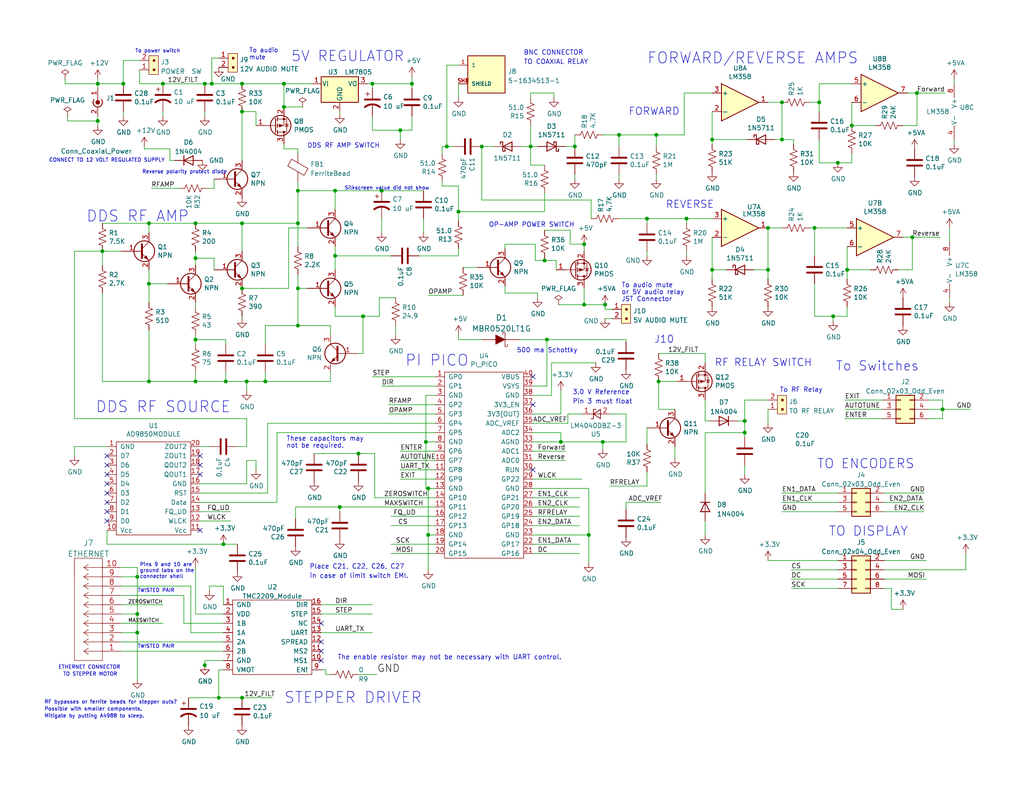
<source format=kicad_sch>
(kicad_sch (version 20230121) (generator eeschema)
  (paper "USLetter")
  (title_block (title "Pi Pico Magnetic Loop Controller 2.0") (date "2022-12-13") (rev "1.0") (comment 4 "Greg Raven"))
  (junction (at 33.655 22.86))
  (junction (at 153.035 120.65))
  (junction (at 53.34 92.71))
  (junction (at 61.595 104.14))
  (junction (at 37.465 167.64))
  (junction (at 44.45 22.86))
  (junction (at 125.095 57.785))
  (junction (at 168.91 36.83))
  (junction (at 194.31 73.66))
  (junction (at 209.55 73.66))
  (junction (at 77.47 29.21))
  (junction (at 121.92 40.005))
  (junction (at 248.92 64.77))
  (junction (at 40.64 104.14))
  (junction (at 144.78 40.005))
  (junction (at 159.385 66.675))
  (junction (at 109.22 35.56))
  (junction (at 40.64 77.47))
  (junction (at 149.225 92.71))
  (junction (at 66.04 190.5))
  (junction (at 179.07 36.83))
  (junction (at 116.84 133.35))
  (junction (at 37.465 157.48))
  (junction (at 203.2 114.935))
  (junction (at 66.04 60.96))
  (junction (at 213.36 38.1))
  (junction (at 27.94 68.58))
  (junction (at 232.41 34.29))
  (junction (at 257.175 111.76))
  (junction (at 99.06 86.36))
  (junction (at 156.845 40.005))
  (junction (at 112.395 22.86))
  (junction (at 37.465 172.72))
  (junction (at 66.04 22.86))
  (junction (at 209.55 62.23))
  (junction (at 222.25 62.23))
  (junction (at 165.1 83.185))
  (junction (at 53.34 70.485))
  (junction (at 159.385 83.185))
  (junction (at 53.34 104.14))
  (junction (at 160.655 146.05))
  (junction (at 223.52 27.94))
  (junction (at 57.785 22.86))
  (junction (at 72.39 104.14))
  (junction (at 164.465 120.65))
  (junction (at 213.36 27.94))
  (junction (at 59.69 190.5))
  (junction (at 60.96 148.59))
  (junction (at 148.59 71.12))
  (junction (at 227.33 86.36))
  (junction (at 179.705 104.14))
  (junction (at 55.88 22.86))
  (junction (at 116.84 146.05))
  (junction (at 91.44 69.85))
  (junction (at 203.2 118.11))
  (junction (at 176.53 59.69))
  (junction (at 228.6 44.45))
  (junction (at 66.04 30.48))
  (junction (at 131.445 40.005))
  (junction (at 81.28 78.74))
  (junction (at 67.31 104.14))
  (junction (at 104.14 52.07))
  (junction (at 26.67 33.02))
  (junction (at 116.205 120.65))
  (junction (at 91.44 52.07))
  (junction (at 97.79 123.825))
  (junction (at 26.67 22.86))
  (junction (at 194.31 38.1))
  (junction (at 231.14 73.66))
  (junction (at 81.28 88.9))
  (junction (at 250.19 25.4))
  (junction (at 92.71 138.43))
  (junction (at 77.47 22.86))
  (junction (at 55.88 181.61))
  (junction (at 81.28 60.96))
  (junction (at 101.6 22.86))
  (junction (at 187.325 59.69))
  (junction (at 40.64 60.96))
  (junction (at 53.34 60.96))
  (junction (at 81.28 52.07))
  (junction (at 66.04 78.74))
  (no_connect (at 145.415 128.27))
  (no_connect (at 29.21 127))
  (no_connect (at 54.61 124.46))
  (no_connect (at 29.21 142.24))
  (no_connect (at 29.21 124.46))
  (no_connect (at 54.61 127))
  (no_connect (at 145.415 110.49))
  (no_connect (at 87.63 177.8))
  (no_connect (at 29.21 134.62))
  (no_connect (at 29.21 129.54))
  (no_connect (at 29.21 132.08))
  (no_connect (at 87.63 175.26))
  (no_connect (at 54.61 144.78))
  (no_connect (at 29.21 139.7))
  (no_connect (at 87.63 180.34))
  (no_connect (at 145.415 102.87))
  (no_connect (at 87.63 170.18))
  (no_connect (at 54.61 129.54))
  (no_connect (at 29.21 137.16))
  (wire (pts (xy 222.25 86.36) (xy 227.33 86.36)))
  (wire (pts (xy 176.53 68.58) (xy 176.53 69.85)))
  (wire (pts (xy 151.765 73.66) (xy 151.765 71.12)))
  (wire (pts (xy 66.04 190.5) (xy 59.69 190.5)))
  (wire (pts (xy 103.505 81.28) (xy 107.95 81.28)))
  (wire (pts (xy 125.095 92.71) (xy 131.445 92.71)))
  (wire (pts (xy 150.495 107.95) (xy 145.415 107.95)))
  (wire (pts (xy 160.655 146.05) (xy 160.655 153.67)))
  (wire (pts (xy 118.745 120.65) (xy 116.205 120.65)))
  (wire (pts (xy 220.98 27.94) (xy 223.52 27.94)))
  (wire (pts (xy 61.595 92.71) (xy 53.34 92.71)))
  (wire (pts (xy 40.64 82.55) (xy 40.64 77.47)))
  (wire (pts (xy 203.2 109.22) (xy 203.2 114.935)))
  (wire (pts (xy 66.04 30.48) (xy 69.85 30.48)))
  (wire (pts (xy 125.095 69.85) (xy 125.095 67.945)))
  (wire (pts (xy 232.41 22.86) (xy 223.52 22.86)))
  (wire (pts (xy 176.53 59.69) (xy 176.53 60.96)))
  (wire (pts (xy 52.07 160.02) (xy 52.07 172.72)))
  (wire (pts (xy 168.91 36.83) (xy 179.07 36.83)))
  (wire (pts (xy 164.465 120.65) (xy 170.815 120.65)))
  (wire (pts (xy 66.04 60.96) (xy 66.04 68.58)))
  (wire (pts (xy 33.02 68.58) (xy 27.94 68.58)))
  (wire (pts (xy 50.165 162.56) (xy 50.165 170.18)))
  (wire (pts (xy 153.035 106.68) (xy 153.035 113.03)))
  (wire (pts (xy 53.34 83.82) (xy 53.34 82.55)))
  (wire (pts (xy 53.34 91.44) (xy 53.34 92.71)))
  (wire (pts (xy 228.6 153.035) (xy 209.55 153.035)))
  (wire (pts (xy 20.32 68.58) (xy 27.94 68.58)))
  (wire (pts (xy 253.365 114.3) (xy 257.175 114.3)))
  (wire (pts (xy 179.07 36.83) (xy 186.69 36.83)))
  (wire (pts (xy 220.98 62.23) (xy 222.25 62.23)))
  (wire (pts (xy 222.25 77.47) (xy 222.25 86.36)))
  (wire (pts (xy 91.44 86.36) (xy 91.44 83.82)))
  (wire (pts (xy 227.33 86.36) (xy 231.14 86.36)))
  (wire (pts (xy 203.2 109.22) (xy 209.55 109.22)))
  (wire (pts (xy 156.845 47.625) (xy 156.845 48.895)))
  (wire (pts (xy 57.785 22.86) (xy 57.785 15.875)))
  (wire (pts (xy 179.705 96.52) (xy 192.405 96.52)))
  (wire (pts (xy 33.02 160.02) (xy 52.07 160.02)))
  (wire (pts (xy 151.13 25.4) (xy 151.13 26.67)))
  (wire (pts (xy 201.295 114.935) (xy 203.2 114.935)))
  (wire (pts (xy 155.575 66.675) (xy 155.575 62.865)))
  (wire (pts (xy 187.325 59.69) (xy 187.325 60.96)))
  (wire (pts (xy 66.04 22.86) (xy 77.47 22.86)))
  (wire (pts (xy 69.85 30.48) (xy 69.85 34.29)))
  (wire (pts (xy 106.045 113.03) (xy 118.745 113.03)))
  (wire (pts (xy 243.205 160.655) (xy 243.205 166.37)))
  (wire (pts (xy 57.785 22.86) (xy 66.04 22.86)))
  (wire (pts (xy 161.29 54.61) (xy 161.29 59.69)))
  (wire (pts (xy 87.63 172.72) (xy 101.6 172.72)))
  (wire (pts (xy 53.34 70.485) (xy 53.34 72.39)))
  (wire (pts (xy 170.815 113.03) (xy 166.37 113.03)))
  (wire (pts (xy 164.465 36.83) (xy 168.91 36.83)))
  (wire (pts (xy 125.095 60.325) (xy 125.095 57.785)))
  (wire (pts (xy 192.405 142.24) (xy 192.405 146.05)))
  (wire (pts (xy 259.08 62.23) (xy 259.08 66.04)))
  (wire (pts (xy 116.205 107.95) (xy 118.745 107.95)))
  (wire (pts (xy 118.745 140.97) (xy 106.68 140.97)))
  (wire (pts (xy 33.02 165.1) (xy 44.45 165.1)))
  (wire (pts (xy 67.31 121.92) (xy 67.31 114.3)))
  (wire (pts (xy 37.465 172.72) (xy 33.02 172.72)))
  (wire (pts (xy 187.325 68.58) (xy 187.325 69.85)))
  (wire (pts (xy 241.3 137.16) (xy 252.095 137.16)))
  (wire (pts (xy 33.02 170.18) (xy 44.45 170.18)))
  (wire (pts (xy 230.505 114.3) (xy 240.665 114.3)))
  (wire (pts (xy 151.765 71.12) (xy 148.59 71.12)))
  (wire (pts (xy 118.745 128.27) (xy 109.22 128.27)))
  (wire (pts (xy 66.04 190.5) (xy 74.295 190.5)))
  (wire (pts (xy 33.02 175.26) (xy 60.96 175.26)))
  (wire (pts (xy 44.45 30.48) (xy 44.45 31.75)))
  (wire (pts (xy 100.33 22.86) (xy 101.6 22.86)))
  (wire (pts (xy 165.1 86.995) (xy 167.005 86.995)))
  (wire (pts (xy 159.385 66.675) (xy 155.575 66.675)))
  (wire (pts (xy 250.19 25.4) (xy 250.19 34.29)))
  (wire (pts (xy 228.6 44.45) (xy 223.52 44.45)))
  (wire (pts (xy 17.78 22.86) (xy 26.67 22.86)))
  (wire (pts (xy 141.605 92.71) (xy 149.225 92.71)))
  (wire (pts (xy 92.71 138.43) (xy 92.71 139.7)))
  (wire (pts (xy 228.6 134.62) (xy 213.36 134.62)))
  (wire (pts (xy 125.095 57.785) (xy 125.095 50.8)))
  (wire (pts (xy 112.395 20.955) (xy 112.395 22.86)))
  (wire (pts (xy 231.14 76.2) (xy 231.14 73.66)))
  (wire (pts (xy 144.78 40.005) (xy 144.78 45.085)))
  (wire (pts (xy 168.91 48.895) (xy 168.91 47.625)))
  (wire (pts (xy 192.405 118.11) (xy 203.2 118.11)))
  (wire (pts (xy 37.465 157.48) (xy 33.02 157.48)))
  (wire (pts (xy 88.9 182.88) (xy 88.9 184.15)))
  (wire (pts (xy 67.31 104.14) (xy 72.39 104.14)))
  (wire (pts (xy 18.415 33.02) (xy 26.67 33.02)))
  (wire (pts (xy 60.96 167.64) (xy 53.34 167.64)))
  (wire (pts (xy 61.595 92.71) (xy 61.595 93.98)))
  (wire (pts (xy 137.795 66.675) (xy 146.05 66.675)))
  (wire (pts (xy 159.385 66.675) (xy 159.385 68.58)))
  (wire (pts (xy 149.225 105.41) (xy 145.415 105.41)))
  (wire (pts (xy 27.94 104.14) (xy 40.64 104.14)))
  (wire (pts (xy 155.575 62.865) (xy 148.59 62.865)))
  (wire (pts (xy 33.02 162.56) (xy 50.165 162.56)))
  (wire (pts (xy 75.565 118.11) (xy 75.565 137.16)))
  (wire (pts (xy 179.705 111.76) (xy 184.15 111.76)))
  (wire (pts (xy 104.14 59.69) (xy 104.14 63.5)))
  (wire (pts (xy 246.38 64.77) (xy 248.92 64.77)))
  (wire (pts (xy 179.07 48.895) (xy 179.07 47.625)))
  (wire (pts (xy 159.385 78.74) (xy 159.385 83.185)))
  (wire (pts (xy 57.785 15.875) (xy 59.69 15.875)))
  (wire (pts (xy 67.31 106.68) (xy 67.31 104.14)))
  (wire (pts (xy 118.745 133.35) (xy 116.84 133.35)))
  (wire (pts (xy 54.61 132.08) (xy 67.31 132.08)))
  (wire (pts (xy 228.6 139.7) (xy 213.36 139.7)))
  (wire (pts (xy 60.96 165.1) (xy 60.96 160.02)))
  (wire (pts (xy 39.37 40.005) (xy 39.37 40.64)))
  (wire (pts (xy 37.465 154.94) (xy 33.02 154.94)))
  (wire (pts (xy 198.12 73.66) (xy 194.31 73.66)))
  (wire (pts (xy 55.88 181.61) (xy 55.88 180.34)))
  (wire (pts (xy 102.235 135.89) (xy 118.745 135.89)))
  (wire (pts (xy 40.64 60.96) (xy 53.34 60.96)))
  (wire (pts (xy 27.94 68.58) (xy 27.94 72.39)))
  (wire (pts (xy 66.04 60.96) (xy 81.28 60.96)))
  (wire (pts (xy 156.845 40.005) (xy 156.845 36.83)))
  (wire (pts (xy 120.65 50.8) (xy 125.095 50.8)))
  (wire (pts (xy 160.655 133.35) (xy 160.655 146.05)))
  (wire (pts (xy 125.095 91.44) (xy 125.095 92.71)))
  (wire (pts (xy 184.785 104.14) (xy 179.705 104.14)))
  (wire (pts (xy 101.6 22.86) (xy 112.395 22.86)))
  (wire (pts (xy 37.465 167.64) (xy 37.465 172.72)))
  (wire (pts (xy 53.34 167.64) (xy 53.34 154.94)))
  (wire (pts (xy 104.14 105.41) (xy 118.745 105.41)))
  (wire (pts (xy 33.655 30.48) (xy 33.655 31.75)))
  (wire (pts (xy 26.67 33.02) (xy 26.67 34.29)))
  (wire (pts (xy 91.44 73.66) (xy 91.44 69.85)))
  (wire (pts (xy 170.815 137.16) (xy 180.34 137.16)))
  (wire (pts (xy 26.67 22.86) (xy 33.655 22.86)))
  (wire (pts (xy 215.9 155.575) (xy 228.6 155.575)))
  (wire (pts (xy 55.88 30.48) (xy 55.88 31.75)))
  (wire (pts (xy 153.035 118.11) (xy 153.035 120.65)))
  (wire (pts (xy 104.14 52.07) (xy 115.57 52.07)))
  (wire (pts (xy 17.78 21.59) (xy 17.78 22.86)))
  (wire (pts (xy 61.595 104.14) (xy 67.31 104.14)))
  (wire (pts (xy 29.21 144.78) (xy 29.21 148.59)))
  (wire (pts (xy 101.6 102.87) (xy 118.745 102.87)))
  (wire (pts (xy 213.36 137.16) (xy 228.6 137.16)))
  (wire (pts (xy 118.745 151.13) (xy 106.68 151.13)))
  (wire (pts (xy 192.405 99.06) (xy 192.405 96.52)))
  (wire (pts (xy 145.415 113.03) (xy 153.035 113.03)))
  (wire (pts (xy 145.415 135.89) (xy 158.115 135.89)))
  (wire (pts (xy 54.61 137.16) (xy 75.565 137.16)))
  (wire (pts (xy 176.53 128.905) (xy 176.53 132.715)))
  (wire (pts (xy 148.59 45.085) (xy 144.78 45.085)))
  (wire (pts (xy 33.655 22.86) (xy 33.655 16.51)))
  (wire (pts (xy 40.64 77.47) (xy 45.72 77.47)))
  (wire (pts (xy 232.41 34.29) (xy 232.41 27.94)))
  (wire (pts (xy 194.31 73.66) (xy 194.31 76.2)))
  (wire (pts (xy 137.795 78.105) (xy 137.795 80.01)))
  (wire (pts (xy 26.67 31.75) (xy 26.67 33.02)))
  (wire (pts (xy 54.61 134.62) (xy 73.025 134.62)))
  (wire (pts (xy 165.1 83.185) (xy 165.1 84.455)))
  (wire (pts (xy 64.77 121.92) (xy 67.31 121.92)))
  (wire (pts (xy 81.28 67.31) (xy 81.28 60.96)))
  (wire (pts (xy 259.08 81.28) (xy 259.08 82.55)))
  (wire (pts (xy 142.24 40.005) (xy 144.78 40.005)))
  (wire (pts (xy 153.035 120.65) (xy 164.465 120.65)))
  (wire (pts (xy 186.69 25.4) (xy 194.31 25.4)))
  (wire (pts (xy 241.3 134.62) (xy 252.095 134.62)))
  (wire (pts (xy 77.47 29.21) (xy 82.55 29.21)))
  (wire (pts (xy 54.61 139.7) (xy 62.865 139.7)))
  (wire (pts (xy 109.22 35.56) (xy 112.395 35.56)))
  (wire (pts (xy 126.365 80.645) (xy 116.84 80.645)))
  (wire (pts (xy 241.3 160.655) (xy 243.205 160.655)))
  (wire (pts (xy 109.22 130.81) (xy 118.745 130.81)))
  (wire (pts (xy 209.55 73.66) (xy 209.55 62.23)))
  (wire (pts (xy 66.04 78.74) (xy 78.74 78.74)))
  (wire (pts (xy 77.47 39.37) (xy 77.47 40.64)))
  (wire (pts (xy 103.505 86.36) (xy 103.505 81.28)))
  (wire (pts (xy 118.745 123.19) (xy 109.22 123.19)))
  (wire (pts (xy 149.225 105.41) (xy 149.225 92.71)))
  (wire (pts (xy 118.745 148.59) (xy 106.68 148.59)))
  (wire (pts (xy 192.405 114.935) (xy 193.675 114.935)))
  (wire (pts (xy 215.9 160.655) (xy 228.6 160.655)))
  (wire (pts (xy 237.49 73.66) (xy 231.14 73.66)))
  (wire (pts (xy 81.28 88.9) (xy 90.17 88.9)))
  (wire (pts (xy 29.21 148.59) (xy 60.96 148.59)))
  (wire (pts (xy 81.28 52.07) (xy 81.28 60.96)))
  (wire (pts (xy 137.795 67.945) (xy 137.795 66.675)))
  (wire (pts (xy 213.36 38.1) (xy 216.535 38.1)))
  (wire (pts (xy 120.65 40.005) (xy 120.65 41.91)))
  (wire (pts (xy 75.565 118.11) (xy 118.745 118.11)))
  (wire (pts (xy 87.63 165.1) (xy 101.6 165.1)))
  (wire (pts (xy 78.74 62.23) (xy 78.74 78.74)))
  (wire (pts (xy 170.815 139.065) (xy 170.815 137.16)))
  (wire (pts (xy 154.94 115.57) (xy 154.94 113.03)))
  (wire (pts (xy 102.235 123.825) (xy 102.235 135.89)))
  (wire (pts (xy 73.025 115.57) (xy 118.745 115.57)))
  (wire (pts (xy 44.45 22.86) (xy 55.88 22.86)))
  (wire (pts (xy 116.84 146.05) (xy 116.84 133.35)))
  (wire (pts (xy 131.445 54.61) (xy 161.29 54.61)))
  (wire (pts (xy 58.42 51.435) (xy 56.515 51.435)))
  (wire (pts (xy 241.3 153.035) (xy 252.73 153.035)))
  (wire (pts (xy 53.34 68.58) (xy 53.34 70.485)))
  (wire (pts (xy 60.96 182.88) (xy 59.69 182.88)))
  (wire (pts (xy 57.15 160.02) (xy 57.15 161.29)))
  (wire (pts (xy 223.52 27.94) (xy 223.52 30.48)))
  (wire (pts (xy 222.25 62.23) (xy 231.14 62.23)))
  (wire (pts (xy 18.415 31.75) (xy 18.415 33.02)))
  (wire (pts (xy 60.96 160.02) (xy 57.15 160.02)))
  (wire (pts (xy 176.53 59.69) (xy 187.325 59.69)))
  (wire (pts (xy 27.94 80.01) (xy 27.94 104.14)))
  (wire (pts (xy 192.405 109.22) (xy 192.405 114.935)))
  (wire (pts (xy 145.415 130.81) (xy 158.75 130.81)))
  (wire (pts (xy 78.74 62.23) (xy 83.82 62.23)))
  (wire (pts (xy 116.205 120.65) (xy 116.205 107.95)))
  (wire (pts (xy 46.355 43.815) (xy 47.625 43.815)))
  (wire (pts (xy 58.42 70.485) (xy 58.42 73.66)))
  (wire (pts (xy 58.42 48.895) (xy 58.42 51.435)))
  (wire (pts (xy 55.88 22.86) (xy 57.785 22.86)))
  (wire (pts (xy 187.325 59.69) (xy 194.31 59.69)))
  (wire (pts (xy 125.095 22.86) (xy 125.095 26.67)))
  (wire (pts (xy 145.415 148.59) (xy 158.115 148.59)))
  (wire (pts (xy 250.19 34.29) (xy 246.38 34.29)))
  (wire (pts (xy 227.33 87.63) (xy 227.33 86.36)))
  (wire (pts (xy 211.455 38.1) (xy 213.36 38.1)))
  (wire (pts (xy 120.65 49.53) (xy 120.65 50.8)))
  (wire (pts (xy 77.47 40.64) (xy 81.28 40.64)))
  (wire (pts (xy 144.78 34.29) (xy 144.78 40.005)))
  (wire (pts (xy 33.655 16.51) (xy 38.1 16.51)))
  (wire (pts (xy 125.095 57.785) (xy 148.59 57.785)))
  (wire (pts (xy 131.445 40.005) (xy 131.445 54.61)))
  (wire (pts (xy 253.365 109.22) (xy 257.175 109.22)))
  (wire (pts (xy 53.34 104.14) (xy 53.34 101.6)))
  (wire (pts (xy 90.17 91.44) (xy 90.17 88.9)))
  (wire (pts (xy 146.685 80.01) (xy 146.685 81.28)))
  (wire (pts (xy 230.505 109.22) (xy 240.665 109.22)))
  (wire (pts (xy 39.37 40.64) (xy 46.355 40.64)))
  (wire (pts (xy 91.44 69.85) (xy 106.68 69.85)))
  (wire (pts (xy 54.61 142.24) (xy 62.865 142.24)))
  (wire (pts (xy 150.495 107.95) (xy 150.495 99.06)))
  (wire (pts (xy 81.28 40.64) (xy 81.28 41.91)))
  (wire (pts (xy 91.44 57.15) (xy 91.44 52.07)))
  (wire (pts (xy 148.59 57.785) (xy 148.59 52.705)))
  (wire (pts (xy 37.465 172.72) (xy 37.465 185.42)))
  (wire (pts (xy 29.21 121.92) (xy 20.32 121.92)))
  (wire (pts (xy 216.535 38.1) (xy 216.535 39.37)))
  (wire (pts (xy 72.39 88.9) (xy 81.28 88.9)))
  (wire (pts (xy 37.465 167.64) (xy 37.465 157.48)))
  (wire (pts (xy 222.25 69.85) (xy 222.25 62.23)))
  (wire (pts (xy 106.045 110.49) (xy 118.745 110.49)))
  (wire (pts (xy 144.78 25.4) (xy 151.13 25.4)))
  (wire (pts (xy 179.705 104.14) (xy 179.705 111.76)))
  (wire (pts (xy 53.34 70.485) (xy 58.42 70.485)))
  (wire (pts (xy 228.6 158.115) (xy 215.9 158.115)))
  (wire (pts (xy 46.355 40.64) (xy 46.355 43.815)))
  (wire (pts (xy 26.67 22.86) (xy 26.67 24.13)))
  (wire (pts (xy 194.31 38.1) (xy 194.31 39.37)))
  (wire (pts (xy 165.1 83.185) (xy 159.385 83.185)))
  (wire (pts (xy 53.34 60.96) (xy 66.04 60.96)))
  (wire (pts (xy 257.175 114.3) (xy 257.175 111.76)))
  (wire (pts (xy 231.14 86.36) (xy 231.14 83.82)))
  (wire (pts (xy 85.725 123.825) (xy 97.79 123.825)))
  (wire (pts (xy 81.28 52.07) (xy 91.44 52.07)))
  (wire (pts (xy 168.91 59.69) (xy 176.53 59.69)))
  (wire (pts (xy 263.525 155.575) (xy 263.525 151.13)))
  (wire (pts (xy 145.415 138.43) (xy 158.115 138.43)))
  (wire (pts (xy 260.35 21.59) (xy 260.35 22.86)))
  (wire (pts (xy 192.405 134.62) (xy 192.405 118.11)))
  (wire (pts (xy 170.815 92.71) (xy 170.815 93.345)))
  (wire (pts (xy 99.06 86.36) (xy 91.44 86.36)))
  (wire (pts (xy 66.04 30.48) (xy 66.04 43.815)))
  (wire (pts (xy 121.92 17.78) (xy 121.92 40.005)))
  (wire (pts (xy 238.76 34.29) (xy 232.41 34.29)))
  (wire (pts (xy 87.63 182.88) (xy 88.9 182.88)))
  (wire (pts (xy 137.795 80.01) (xy 146.685 80.01)))
  (wire (pts (xy 145.415 146.05) (xy 160.655 146.05)))
  (wire (pts (xy 203.2 127) (xy 203.2 129.54)))
  (wire (pts (xy 101.6 24.13) (xy 101.6 22.86)))
  (wire (pts (xy 230.505 111.76) (xy 240.665 111.76)))
  (wire (pts (xy 125.095 17.78) (xy 121.92 17.78)))
  (wire (pts (xy 116.84 146.05) (xy 116.84 155.575)))
  (wire (pts (xy 91.44 52.07) (xy 104.14 52.07)))
  (wire (pts (xy 250.19 25.4) (xy 257.81 25.4)))
  (wire (pts (xy 116.205 133.35) (xy 116.205 120.65)))
  (wire (pts (xy 241.3 139.7) (xy 252.095 139.7)))
  (wire (pts (xy 40.64 104.14) (xy 53.34 104.14)))
  (wire (pts (xy 149.225 92.71) (xy 170.815 92.71)))
  (wire (pts (xy 146.05 71.12) (xy 146.05 66.675)))
  (wire (pts (xy 205.74 73.66) (xy 209.55 73.66)))
  (wire (pts (xy 67.31 132.08) (xy 67.31 125.73)))
  (wire (pts (xy 186.69 25.4) (xy 186.69 36.83)))
  (wire (pts (xy 257.175 109.22) (xy 257.175 111.76)))
  (wire (pts (xy 213.36 27.94) (xy 213.36 38.1)))
  (wire (pts (xy 145.415 133.35) (xy 160.655 133.35)))
  (wire (pts (xy 81.28 49.53) (xy 81.28 52.07)))
  (wire (pts (xy 115.57 59.69) (xy 115.57 63.5)))
  (wire (pts (xy 257.175 111.76) (xy 264.795 111.76)))
  (wire (pts (xy 184.15 121.92) (xy 184.15 125.095)))
  (wire (pts (xy 253.365 111.76) (xy 257.175 111.76)))
  (wire (pts (xy 112.395 24.13) (xy 112.395 22.86)))
  (wire (pts (xy 87.63 167.64) (xy 101.6 167.64)))
  (wire (pts (xy 203.2 114.935) (xy 203.2 118.11)))
  (wire (pts (xy 130.175 73.025) (xy 126.365 73.025)))
  (wire (pts (xy 164.465 120.65) (xy 164.465 122.555)))
  (wire (pts (xy 38.1 22.86) (xy 38.1 19.05)))
  (wire (pts (xy 243.205 166.37) (xy 246.38 166.37)))
  (wire (pts (xy 248.92 73.66) (xy 248.92 64.77)))
  (wire (pts (xy 72.39 101.6) (xy 72.39 104.14)))
  (wire (pts (xy 37.465 157.48) (xy 37.465 154.94)))
  (wire (pts (xy 92.71 138.43) (xy 118.745 138.43)))
  (wire (pts (xy 44.45 22.86) (xy 38.1 22.86)))
  (wire (pts (xy 145.415 151.13) (xy 158.115 151.13)))
  (wire (pts (xy 145.415 115.57) (xy 154.94 115.57)))
  (wire (pts (xy 203.2 118.11) (xy 203.2 119.38)))
  (wire (pts (xy 118.745 146.05) (xy 116.84 146.05)))
  (wire (pts (xy 223.52 44.45) (xy 223.52 38.1)))
  (wire (pts (xy 54.61 121.92) (xy 57.15 121.92)))
  (wire (pts (xy 67.31 114.3) (xy 20.32 114.3)))
  (wire (pts (xy 109.22 38.1) (xy 109.22 35.56)))
  (wire (pts (xy 40.64 90.17) (xy 40.64 104.14)))
  (wire (pts (xy 90.17 101.6) (xy 90.17 104.14)))
  (wire (pts (xy 69.85 125.73) (xy 69.85 128.27)))
  (wire (pts (xy 150.495 99.06) (xy 162.56 99.06)))
  (wire (pts (xy 80.645 138.43) (xy 92.71 138.43)))
  (wire (pts (xy 72.39 93.98) (xy 72.39 88.9)))
  (wire (pts (xy 194.31 38.1) (xy 203.835 38.1)))
  (wire (pts (xy 148.59 71.12) (xy 146.05 71.12)))
  (wire (pts (xy 60.96 148.59) (xy 64.77 148.59)))
  (wire (pts (xy 40.64 60.96) (xy 40.64 63.5)))
  (wire (pts (xy 67.31 125.73) (xy 69.85 125.73)))
  (wire (pts (xy 40.64 73.66) (xy 40.64 77.47)))
  (wire (pts (xy 60.96 170.18) (xy 50.165 170.18)))
  (wire (pts (xy 144.78 40.005) (xy 146.685 40.005)))
  (wire (pts (xy 231.14 73.66) (xy 231.14 67.31)))
  (wire (pts (xy 152.4 83.185) (xy 159.385 83.185)))
  (wire (pts (xy 97.79 123.825) (xy 102.235 123.825)))
  (wire (pts (xy 154.305 40.005) (xy 156.845 40.005)))
  (wire (pts (xy 118.745 125.73) (xy 109.22 125.73)))
  (wire (pts (xy 52.07 172.72) (xy 60.96 172.72)))
  (wire (pts (xy 80.645 141.605) (xy 80.645 138.43)))
  (wire (pts (xy 170.815 120.65) (xy 170.815 113.03)))
  (wire (pts (xy 97.79 184.15) (xy 102.87 184.15)))
  (wire (pts (xy 27.94 60.96) (xy 40.64 60.96)))
  (wire (pts (xy 101.6 31.75) (xy 101.6 35.56)))
  (wire (pts (xy 145.415 140.97) (xy 158.115 140.97)))
  (wire (pts (xy 88.9 184.15) (xy 90.17 184.15)))
  (wire (pts (xy 179.07 40.005) (xy 179.07 36.83)))
  (wire (pts (xy 145.415 125.73) (xy 154.305 125.73)))
  (wire (pts (xy 20.32 121.92) (xy 20.32 124.46)))
  (wire (pts (xy 33.02 177.8) (xy 60.96 177.8)))
  (wire (pts (xy 99.06 86.36) (xy 103.505 86.36)))
  (wire (pts (xy 232.41 41.91) (xy 232.41 44.45)))
  (wire (pts (xy 91.44 69.85) (xy 91.44 67.31)))
  (wire (pts (xy 168.91 40.005) (xy 168.91 36.83)))
  (wire (pts (xy 33.02 167.64) (xy 37.465 167.64)))
  (wire (pts (xy 116.84 133.35) (xy 116.205 133.35)))
  (wire (pts (xy 194.31 64.77) (xy 194.31 73.66)))
  (wire (pts (xy 260.35 38.1) (xy 260.35 39.37)))
  (wire (pts (xy 20.32 114.3) (xy 20.32 68.58)))
  (wire (pts (xy 145.415 123.19) (xy 154.305 123.19)))
  (wire (pts (xy 121.92 40.005) (xy 120.65 40.005)))
  (wire (pts (xy 209.55 111.76) (xy 209.55 115.57)))
  (wire (pts (xy 223.52 22.86) (xy 223.52 27.94)))
  (wire (pts (xy 48.895 51.435) (xy 41.275 51.435)))
  (wire (pts (xy 51.435 190.5) (xy 59.69 190.5)))
  (wire (pts (xy 99.06 86.36) (xy 99.06 96.52)))
  (wire (pts (xy 53.34 104.14) (xy 61.595 104.14)))
  (wire (pts (xy 123.825 40.005) (xy 121.92 40.005)))
  (wire (pts (xy 247.65 25.4) (xy 250.19 25.4)))
  (wire (pts (xy 59.69 182.88) (xy 59.69 190.5)))
  (wire (pts (xy 61.595 101.6) (xy 61.595 104.14)))
  (wire (pts (xy 145.415 118.11) (xy 153.035 118.11)))
  (wire (pts (xy 77.47 22.86) (xy 85.09 22.86)))
  (wire (pts (xy 131.445 40.005) (xy 134.62 40.005)))
  (wire (pts (xy 145.415 120.65) (xy 153.035 120.65)))
  (wire (pts (xy 148.59 70.485) (xy 148.59 71.12)))
  (wire (pts (xy 209.55 73.66) (xy 209.55 76.2)))
  (wire (pts (xy 241.3 155.575) (xy 263.525 155.575)))
  (wire (pts (xy 112.395 31.75) (xy 112.395 35.56)))
  (wire (pts (xy 248.92 64.77) (xy 256.54 64.77)))
  (wire (pts (xy 176.53 116.84) (xy 176.53 121.285)))
  (wire (pts (xy 209.55 27.94) (xy 213.36 27.94)))
  (wire (pts (xy 107.95 91.44) (xy 107.95 88.9)))
  (wire (pts (xy 92.71 30.48) (xy 92.71 31.115)))
  (wire (pts (xy 144.78 26.67) (xy 144.78 25.4)))
  (wire (pts (xy 114.3 69.85) (xy 125.095 69.85)))
  (wire (pts (xy 101.6 35.56) (xy 109.22 35.56)))
  (wire (pts (xy 66.04 86.36) (xy 66.04 86.995)))
  (wire (pts (xy 232.41 44.45) (xy 228.6 44.45)))
  (wire (pts (xy 81.28 78.74) (xy 83.82 78.74)))
  (wire (pts (xy 106.68 143.51) (xy 118.745 143.51)))
  (wire (pts (xy 55.88 180.34) (xy 60.96 180.34)))
  (wire (pts (xy 145.415 143.51) (xy 158.115 143.51)))
  (wire (pts (xy 176.53 132.715) (xy 166.37 132.715)))
  (wire (pts (xy 165.1 84.455) (xy 167.005 84.455)))
  (wire (pts (xy 81.28 78.74) (xy 81.28 88.9)))
  (wire (pts (xy 97.79 96.52) (xy 99.06 96.52)))
  (wire (pts (xy 81.28 74.93) (xy 81.28 78.74)))
  (wire (pts (xy 241.3 158.115) (xy 252.73 158.115)))
  (wire (pts (xy 26.67 21.59) (xy 26.67 22.86)))
  (wire (pts (xy 154.94 113.03) (xy 158.75 113.03)))
  (wire (pts (xy 77.47 22.86) (xy 77.47 29.21)))
  (wire (pts (xy 72.39 104.14) (xy 90.17 104.14)))
  (wire (pts (xy 194.31 30.48) (xy 194.31 38.1)))
  (wire (pts (xy 209.55 62.23) (xy 213.36 62.23)))
  (wire (pts (xy 53.34 92.71) (xy 53.34 93.98)))
  (wire (pts (xy 245.11 73.66) (xy 248.92 73.66)))
  (wire (pts (xy 73.025 115.57) (xy 73.025 134.62)))
  (text "To RF Relay" (at 212.725 107.315 0) (effects (font (size 1.27 1.27)) (justify left bottom)))
  (text "CONNECT TO 12 VOLT REGULATED SUPPLY" (at 13.335 44.45 0) (effects (font (size 0.9906 0.9906)) (justify left bottom)))
  (text "PI PICO" (at 110.49 100.33 0) (effects (font (size 2.9972 2.9972)) (justify left bottom)))
  (text "STEPPER DRIVER" (at 77.47 192.405 0) (effects (font (size 2.9972 2.9972)) (justify left bottom)))
  (text "To audio mute" (at 169.545 78.74 0) (effects (font (size 1.27 1.27)) (justify left bottom)))
  (text "JST Connector" (at 169.545 82.55 0) (effects (font (size 1.27 1.27)) (justify left bottom)))
  (text "BNC CONNECTOR" (at 142.875 15.24 0) (effects (font (size 1.27 1.27)) (justify left bottom)))
  (text "To Switches" (at 227.965 101.6 0) (effects (font (size 2.54 2.54)) (justify left bottom)))
  (text "Reverse polarity protect diode" (at 38.735 47.625 0) (effects (font (size 1 1)) (justify left bottom)))
  (text "DDS RF AMP SWITCH" (at 83.82 40.64 0) (effects (font (size 1.27 1.27)) (justify left bottom)))
  (text "or 5V audio relay" (at 169.545 80.645 0) (effects (font (size 1.27 1.27)) (justify left bottom)))
  (text "TWISTED PAIR" (at 37.465 177.165 0) (effects (font (size 0.9906 0.9906)) (justify left bottom)))
  (text "ETHERNET CONNECTOR" (at 15.875 182.88 0) (effects (font (size 0.9906 0.9906)) (justify left bottom)))
  (text "Silkscreen value did not show" (at 93.98 52.07 0) (effects (font (size 1 1)) (justify left bottom)))
  (text "TO STEPPER MOTOR" (at 17.145 184.785 0) (effects (font (size 0.9906 0.9906)) (justify left bottom)))
  (text "J10" (at 178.435 93.98 0) (effects (font (size 2.0066 2.0066)) (justify left bottom)))
  (text "RF bypasses or ferrite beads for stepper outs?" (at 12.065 192.405 0) (effects (font (size 1 1)) (justify left bottom)))
  (text "OP-AMP POWER SWITCH" (at 133.35 62.23 0) (effects (font (size 1.27 1.27)) (justify left bottom)))
  (text "5V REGULATOR" (at 79.375 17.145 0) (effects (font (size 2.8 2.8)) (justify left bottom)))
  (text "REVERSE" (at 181.61 57.15 0) (effects (font (size 2.0066 2.0066)) (justify left bottom)))
  (text "To audio" (at 67.945 14.605 0) (effects (font (size 1.2 1.2)) (justify left bottom)))
  (text "To power switch" (at 36.83 14.605 0) (effects (font (size 1 1)) (justify left bottom)))
  (text "DDS RF SOURCE" (at 26.035 113.03 0) (effects (font (size 2.9972 2.9972)) (justify left bottom)))
  (text "TO COAXIAL RELAY" (at 142.875 17.78 0) (effects (font (size 1.27 1.27)) (justify left bottom)))
  (text "Place C21, C22, C26, C27" (at 84.455 155.575 0) (effects (font (size 1.27 1.27)) (justify left bottom)))
  (text "TO ENCODERS" (at 222.885 128.27 0) (effects (font (size 2.54 2.54)) (justify left bottom)))
  (text "500 ma Schottky" (at 140.97 96.52 0) (effects (font (size 1.27 1.27)) (justify left bottom)))
  (text "FORWARD" (at 171.45 31.75 0) (effects (font (size 2.0066 2.0066)) (justify left bottom)))
  (text "DDS RF AMP" (at 23.495 60.96 0) (effects (font (size 2.9972 2.9972)) (justify left bottom)))
  (text "TWISTED PAIR" (at 37.465 161.925 0) (effects (font (size 0.9906 0.9906)) (justify left bottom)))
  (text "Pins 9 and 10 are\nground tabs on the\nconnector shell" (at 38.1 158.115 0) (effects (font (size 1 1)) (justify left bottom)))
  (text "These capacitors may" (at 78.105 120.65 0) (effects (font (size 1.27 1.27)) (justify left bottom)))
  (text "Possible with smaller components." (at 12.065 194.31 0) (effects (font (size 1 1)) (justify left bottom)))
  (text "TO DISPLAY" (at 226.06 146.685 0) (effects (font (size 2.54 2.54)) (justify left bottom)))
  (text "Mitigate by putting A4988 to sleep." (at 12.065 196.215 0) (effects (font (size 1 1)) (justify left bottom)))
  (text "FORWARD/REVERSE AMPS" (at 176.53 17.78 0) (effects (font (size 2.9972 2.9972)) (justify left bottom)))
  (text "Pin 3 must float" (at 156.21 110.49 0) (effects (font (size 1.27 1.27)) (justify left bottom)))
  (text "3.0 V Reference" (at 156.21 107.95 0) (effects (font (size 1.27 1.27)) (justify left bottom)))
  (text "mute" (at 67.945 16.51 0) (effects (font (size 1.2 1.2)) (justify left bottom)))
  (text "not be required." (at 78.105 122.555 0) (effects (font (size 1.27 1.27)) (justify left bottom)))
  (text "RF RELAY SWITCH" (at 194.945 100.33 0) (effects (font (size 2.0066 2.0066)) (justify left bottom)))
  (text "in case of limit switch EMI." (at 84.455 158.115 0) (effects (font (size 1.27 1.27)) (justify left bottom)))
  (text "The enable resistor may not be necessary with UART control." (at 92.075 180.34 0) (effects (font (size 1.3 1.3)) (justify left bottom)))
  (label "SCK" (at 215.9 160.655 0))
  (label "ADC_VREF" (at 171.45 137.16 0))
  (label "12V_FILT" (at 182.245 96.52 0))
  (label "UART_TX" (at 91.44 172.72 0))
  (label "GND" (at 248.285 134.62 0))
  (label "ADC_VREF" (at 145.415 115.57 0))
  (label "Reverse" (at 146.685 125.73 0))
  (label "EN1_DATA" (at 213.36 134.62 0))
  (label "Forward" (at 146.685 123.19 0))
  (label "ENTER" (at 109.22 123.19 0))
  (label "WLCK" (at 56.515 142.24 0))
  (label "12V_FILT" (at 45.72 22.86 0))
  (label "RFAMP" (at 41.275 51.435 0))
  (label "GND" (at 248.285 153.035 0))
  (label "EN2_DATA" (at 146.685 143.51 0))
  (label "STEP" (at 91.44 167.64 0))
  (label "SCK" (at 107.95 148.59 0))
  (label "AUTOTUNE" (at 109.22 125.73 0))
  (label "FQ_UD" (at 107.315 140.97 0))
  (label "UART_TX" (at 109.22 128.27 0))
  (label "DC" (at 146.685 151.13 0))
  (label "STEP" (at 101.6 102.87 0))
  (label "Forward" (at 250.19 25.4 0))
  (label "GND" (at 260.985 111.76 0))
  (label "RFRELAY" (at 166.37 132.715 0))
  (label "12V_FILT" (at 66.675 190.5 0))
  (label "ZEROSWITCH" (at 104.775 135.89 0))
  (label "AUTOTUNE" (at 230.505 111.76 0))
  (label "FQ_UD" (at 56.515 139.7 0))
  (label "EN1_DATA" (at 146.685 148.59 0))
  (label "EN1_CLK" (at 146.685 135.89 0))
  (label "OPAMP" (at 116.84 80.645 0))
  (label "EXIT" (at 109.22 130.81 0))
  (label "EXIT" (at 230.505 109.22 0))
  (label "CS" (at 215.9 155.575 0))
  (label "EN1_CLK" (at 213.36 137.16 0))
  (label "RFAMP" (at 106.045 110.49 0))
  (label "DC" (at 215.9 158.115 0))
  (label "OPAMP" (at 106.045 113.03 0))
  (label "DIR" (at 91.44 165.1 0))
  (label "WLCK" (at 146.685 130.81 0))
  (label "Reverse" (at 248.92 64.77 0))
  (label "EN2_DATA" (at 242.57 137.16 0))
  (label "EN2_CLK" (at 146.685 138.43 0))
  (label "EN2_CLK" (at 243.84 139.7 0))
  (label "GND" (at 102.87 184.15 0) (effects (font (size 2.0066 2.0066))))
  (label "ENTER" (at 230.505 114.3 0))
  (label "DIR" (at 104.14 105.41 0))
  (label "ZEROSWITCH" (at 34.925 165.1 0) (effects (font (size 1 1))))
  (label "GND" (at 213.36 139.7 0))
  (label "MOSI" (at 107.95 151.13 0))
  (label "MAXSWITCH" (at 34.925 170.18 0) (effects (font (size 1 1))))
  (label "MOSI" (at 247.65 158.115 0))
  (label "MAXSWITCH" (at 104.775 138.43 0))
  (label "RFRELAY" (at 146.685 140.97 0))
  (label "CS" (at 108.585 143.51 0))
  (symbol (lib_id "ad9850:AD9850MODULE") (at 41.91 133.35 0) (unit 1)
    (property "Reference" "U1" (at 41.91 116.205 0))
    (property "Value" "AD9850MODULE" (at 41.91 118.5164 0))
    (property "Footprint" "AD9850:AD9850_MODULE" (effects hide))
  )
  (symbol (lib_id "PI_Pico:PI_PICO") (at 132.715 124.46 0) (unit 1)
    (property "Reference" "U4" (at 132.08 97.155 0))
    (property "Value" "PI_PICO" (at 132.08 99.4664 0))
    (property "Footprint" "PI_Pico:PI_PICO" (effects hide))
  )
  (symbol (lib_id "Regulator_Linear:LM7805_TO220") (at 92.71 22.86 0) (unit 1)
    (property "Reference" "U3" (at 90.805 19.685 0))
    (property "Value" "LM7805" (at 97.79 19.685 0))
    (property "Footprint" "Package_TO_SOT_THT:TO-220-3_Vertical" (effects hide))
    (property "Datasheet" "https://www.onsemi.cn/PowerSolutions/document/MC7800-D.PDF" (effects hide))
  )
  (symbol (lib_id "Device:R_US") (at 27.94 64.77 0) (unit 1)
    (property "Reference" "R1" (at 29.6672 63.6016 0) (effects (justify left)))
    (property "Value" "7.5K" (at 29.6672 65.913 0) (effects (justify left)))
    (property "Footprint" "Resistor_SMD:R_1206_3216Metric_Pad1.30x1.75mm_HandSolder" (effects hide))
  )
  (symbol (lib_id "Device:R_US") (at 27.94 76.2 0) (unit 1)
    (property "Reference" "R2" (at 29.6672 75.0316 0) (effects (justify left)))
    (property "Value" "2.7K" (at 29.6672 77.343 0) (effects (justify left)))
    (property "Footprint" "Resistor_SMD:R_1206_3216Metric_Pad1.30x1.75mm_HandSolder" (effects hide))
  )
  (symbol (lib_id "Device:R_US") (at 40.64 86.36 0) (unit 1)
    (property "Reference" "R3" (at 42.3672 85.1916 0) (effects (justify left)))
    (property "Value" "510" (at 42.3672 87.503 0) (effects (justify left)))
    (property "Footprint" "Resistor_SMD:R_1206_3216Metric_Pad1.30x1.75mm_HandSolder" (effects hide))
  )
  (symbol (lib_id "Device:R_US") (at 53.34 87.63 0) (unit 1)
    (property "Reference" "R5" (at 55.0672 86.4616 0) (effects (justify left)))
    (property "Value" "43" (at 55.0672 88.773 0) (effects (justify left)))
    (property "Footprint" "Resistor_SMD:R_1206_3216Metric_Pad1.30x1.75mm_HandSolder" (effects hide))
  )
  (symbol (lib_id "Connector:Conn_Coaxial_Power") (at 26.67 26.67 0) (unit 1)
    (property "Reference" "J1" (at 28.9052 26.7716 0) (effects (justify left)))
    (property "Value" "Conn_Coaxial_Power" (at 16.51 41.275 0) (effects (justify left)))
    (property "Footprint" "Connector_BarrelJack:BarrelJack_CUI_PJ-036AH-SMT_Horizontal" (effects hide))
  )
  (symbol (lib_id "power:+12V") (at 26.67 21.59 0) (unit 1)
    (property "Reference" "#PWR01" (effects hide))
    (property "Value" "+12V" (at 27.051 17.1958 0))
  )
  (symbol (lib_id "Device:R_US") (at 53.34 64.77 0) (unit 1)
    (property "Reference" "R4" (at 55.0672 63.6016 0) (effects (justify left)))
    (property "Value" "200" (at 55.0672 65.913 0) (effects (justify left)))
    (property "Footprint" "Resistor_SMD:R_1206_3216Metric_Pad1.30x1.75mm_HandSolder" (effects hide))
  )
  (symbol (lib_id "power:GND") (at 26.67 34.29 0) (unit 1)
    (property "Reference" "#PWR02" (effects hide))
    (property "Value" "GND" (at 26.797 38.6842 0))
  )
  (symbol (lib_id "Device:C") (at 55.88 26.67 0) (unit 1)
    (property "Reference" "C3" (at 58.801 25.5016 0) (effects (justify left)))
    (property "Value" "0.1uF" (at 58.801 27.813 0) (effects (justify left)))
    (property "Footprint" "Capacitor_SMD:C_1206_3216Metric_Pad1.33x1.80mm_HandSolder" (effects hide))
  )
  (symbol (lib_id "power:GND") (at 67.31 106.68 0) (unit 1)
    (property "Reference" "#PWR012" (effects hide))
    (property "Value" "GND" (at 67.437 111.0742 0))
  )
  (symbol (lib_id "Device:R_US") (at 53.34 97.79 0) (unit 1)
    (property "Reference" "R6" (at 55.0672 96.6216 0) (effects (justify left)))
    (property "Value" "75" (at 55.0672 98.933 0) (effects (justify left)))
    (property "Footprint" "Resistor_SMD:R_1206_3216Metric_Pad1.30x1.75mm_HandSolder" (effects hide))
  )
  (symbol (lib_id "Device:C") (at 61.595 97.79 0) (unit 1)
    (property "Reference" "C2" (at 64.516 96.6216 0) (effects (justify left)))
    (property "Value" "0.1uF" (at 64.516 98.933 0) (effects (justify left)))
    (property "Footprint" "Capacitor_SMD:C_1206_3216Metric_Pad1.33x1.80mm_HandSolder" (effects hide))
  )
  (symbol (lib_id "power:GND") (at 44.45 31.75 0) (unit 1)
    (property "Reference" "#PWR06" (effects hide))
    (property "Value" "GND" (at 44.577 36.1442 0))
  )
  (symbol (lib_id "power:GND") (at 55.88 31.75 0) (unit 1)
    (property "Reference" "#PWR011" (effects hide))
    (property "Value" "GND" (at 56.007 36.1442 0))
  )
  (symbol (lib_id "power:GND") (at 92.71 31.115 0) (unit 1)
    (property "Reference" "#PWR015" (effects hide))
    (property "Value" "GND" (at 92.837 35.5092 0))
  )
  (symbol (lib_id "Device:C") (at 115.57 55.88 0) (unit 1)
    (property "Reference" "C10" (at 118.491 54.7116 0) (effects (justify left)))
    (property "Value" "0.1uF" (at 118.491 57.023 0) (effects (justify left)))
    (property "Footprint" "Capacitor_SMD:C_1206_3216Metric_Pad1.33x1.80mm_HandSolder" (effects hide))
  )
  (symbol (lib_id "power:GND") (at 104.14 63.5 0) (unit 1)
    (property "Reference" "#PWR017" (effects hide))
    (property "Value" "GND" (at 104.267 67.8942 0))
  )
  (symbol (lib_id "power:GND") (at 115.57 63.5 0) (unit 1)
    (property "Reference" "#PWR021" (effects hide))
    (property "Value" "GND" (at 115.697 67.8942 0))
  )
  (symbol (lib_id "Device:R_US") (at 66.04 82.55 0) (unit 1)
    (property "Reference" "R7" (at 67.7672 81.3816 0) (effects (justify left)))
    (property "Value" "390" (at 67.7672 83.693 0) (effects (justify left)))
    (property "Footprint" "Resistor_SMD:R_1206_3216Metric_Pad1.30x1.75mm_HandSolder" (effects hide))
  )
  (symbol (lib_id "Device:C") (at 72.39 97.79 0) (unit 1)
    (property "Reference" "C5" (at 75.311 96.6216 0) (effects (justify left)))
    (property "Value" "0.1uF" (at 75.311 98.933 0) (effects (justify left)))
    (property "Footprint" "Capacitor_SMD:C_1206_3216Metric_Pad1.33x1.80mm_HandSolder" (effects hide))
  )
  (symbol (lib_id "Device:R_US") (at 81.28 71.12 0) (unit 1)
    (property "Reference" "R8" (at 83.0072 69.9516 0) (effects (justify left)))
    (property "Value" "2.2K" (at 83.0072 72.263 0) (effects (justify left)))
    (property "Footprint" "Resistor_SMD:R_1206_3216Metric_Pad1.30x1.75mm_HandSolder" (effects hide))
  )
  (symbol (lib_id "Amplifier_Operational:LM358") (at 201.93 27.94 0) (unit 1)
    (property "Reference" "U8" (at 201.93 18.6182 0))
    (property "Value" "LM358" (at 201.93 20.9296 0))
    (property "Footprint" "Package_SO:SOIC-8_3.9x4.9mm_P1.27mm" (effects hide))
    (property "Datasheet" "http://www.ti.com/lit/ds/symlink/lm2904-n.pdf" (effects hide))
  )
  (symbol (lib_id "Device:C") (at 60.96 121.92 270) (unit 1)
    (property "Reference" "C4" (at 62.1284 124.841 0) (effects (justify left)))
    (property "Value" "0.1uF" (at 59.817 124.841 0) (effects (justify left)))
    (property "Footprint" "Capacitor_SMD:C_1206_3216Metric_Pad1.33x1.80mm_HandSolder" (effects hide))
  )
  (symbol (lib_id "Amplifier_Operational:LM358") (at 238.76 64.77 0) (unit 2)
    (property "Reference" "U7" (at 238.76 55.4482 0))
    (property "Value" "LM358" (at 238.76 57.7596 0))
    (property "Footprint" "Package_SO:SOIC-8_3.9x4.9mm_P1.27mm" (effects hide))
    (property "Datasheet" "http://www.ti.com/lit/ds/symlink/lm2904-n.pdf" (effects hide))
  )
  (symbol (lib_id "Amplifier_Operational:LM358") (at 261.62 73.66 0) (unit 3)
    (property "Reference" "U7" (at 260.5532 72.4916 0) (effects (justify left)))
    (property "Value" "LM358" (at 260.5532 74.803 0) (effects (justify left)))
    (property "Footprint" "Package_SO:SOIC-8_3.9x4.9mm_P1.27mm" (effects hide))
    (property "Datasheet" "http://www.ti.com/lit/ds/symlink/lm2904-n.pdf" (effects hide))
  )
  (symbol (lib_id "Amplifier_Operational:LM358") (at 201.93 62.23 0) (unit 1)
    (property "Reference" "U7" (at 205.74 56.515 0))
    (property "Value" "LM358" (at 205.74 58.42 0))
    (property "Footprint" "Package_SO:SOIC-8_3.9x4.9mm_P1.27mm" (effects hide))
    (property "Datasheet" "http://www.ti.com/lit/ds/symlink/lm2904-n.pdf" (effects hide))
  )
  (symbol (lib_id "Amplifier_Operational:LM358") (at 240.03 25.4 0) (unit 2)
    (property "Reference" "U8" (at 240.03 16.0782 0))
    (property "Value" "LM358" (at 240.03 18.3896 0))
    (property "Footprint" "Package_SO:SOIC-8_3.9x4.9mm_P1.27mm" (effects hide))
    (property "Datasheet" "http://www.ti.com/lit/ds/symlink/lm2904-n.pdf" (effects hide))
  )
  (symbol (lib_id "Amplifier_Operational:LM358") (at 262.89 30.48 0) (unit 3)
    (property "Reference" "U8" (at 261.8232 29.3116 0) (effects (justify left)))
    (property "Value" "LM358" (at 252.73 30.48 0) (effects (justify left)))
    (property "Footprint" "Package_SO:SOIC-8_3.9x4.9mm_P1.27mm" (effects hide))
    (property "Datasheet" "http://www.ti.com/lit/ds/symlink/lm2904-n.pdf" (effects hide))
  )
  (symbol (lib_id "power:+5V") (at 112.395 20.955 0) (unit 1)
    (property "Reference" "#PWR019" (effects hide))
    (property "Value" "+5V" (at 112.776 16.5608 0))
  )
  (symbol (lib_id "power:+5V") (at 125.095 91.44 0) (unit 1)
    (property "Reference" "#PWR023" (effects hide))
    (property "Value" "+5V" (at 125.476 87.0458 0))
  )
  (symbol (lib_id "Device:C") (at 112.395 27.94 0) (unit 1)
    (property "Reference" "C9" (at 115.316 26.7716 0) (effects (justify left)))
    (property "Value" "0.1uF" (at 115.316 29.083 0) (effects (justify left)))
    (property "Footprint" "Capacitor_SMD:C_1206_3216Metric_Pad1.33x1.80mm_HandSolder" (effects hide))
  )
  (symbol (lib_id "Diode:1N5711UR") (at 138.43 40.005 0) (unit 1)
    (property "Reference" "D2" (at 138.43 36.83 0))
    (property "Value" "1N5711" (at 138.43 43.18 0))
    (property "Footprint" "Diode_THT:D_DO-35_SOD27_P7.62mm_Horizontal" (effects hide))
    (property "Datasheet" "https://www.microsemi.com/document-portal/doc_download/131890-lds-0040-1-datasheet" (effects hide))
  )
  (symbol (lib_id "Diode:1N5711UR") (at 150.495 40.005 180) (unit 1)
    (property "Reference" "D3" (at 150.495 34.4932 0))
    (property "Value" "1N5711" (at 150.495 36.8046 0))
    (property "Footprint" "Diode_THT:D_DO-35_SOD27_P7.62mm_Horizontal" (effects hide))
    (property "Datasheet" "https://www.microsemi.com/document-portal/doc_download/131890-lds-0040-1-datasheet" (effects hide))
  )
  (symbol (lib_id "Device:C") (at 110.49 69.85 270) (unit 1)
    (property "Reference" "C8" (at 111.6584 72.771 0) (effects (justify left)))
    (property "Value" "0.1uF" (at 109.347 72.771 0) (effects (justify left)))
    (property "Footprint" "Capacitor_SMD:C_1206_3216Metric_Pad1.33x1.80mm_HandSolder" (effects hide))
  )
  (symbol (lib_id "Device:R_US") (at 125.095 64.135 180) (unit 1)
    (property "Reference" "R13" (at 123.3678 65.3034 0) (effects (justify left)))
    (property "Value" "51.0" (at 123.3678 62.992 0) (effects (justify left)))
    (property "Footprint" "Resistor_SMD:R_1206_3216Metric_Pad1.30x1.75mm_HandSolder" (effects hide))
  )
  (symbol (lib_id "Device:R_US") (at 148.59 48.895 180) (unit 1)
    (property "Reference" "R16" (at 146.8628 50.0634 0) (effects (justify left)))
    (property "Value" "51.0" (at 146.8628 47.752 0) (effects (justify left)))
    (property "Footprint" "Resistor_SMD:R_1206_3216Metric_Pad1.30x1.75mm_HandSolder" (effects hide))
  )
  (symbol (lib_id "Device:R_US") (at 144.78 30.48 180) (unit 1)
    (property "Reference" "R15" (at 143.0528 31.6484 0) (effects (justify left)))
    (property "Value" "51.0" (at 143.0528 29.337 0) (effects (justify left)))
    (property "Footprint" "Resistor_SMD:R_1206_3216Metric_Pad1.30x1.75mm_HandSolder" (effects hide))
  )
  (symbol (lib_id "Device:C") (at 127.635 40.005 270) (unit 1)
    (property "Reference" "C11" (at 128.8034 42.926 0) (effects (justify left)))
    (property "Value" "470pF" (at 126.492 42.926 0) (effects (justify left)))
    (property "Footprint" "Capacitor_SMD:C_1206_3216Metric_Pad1.33x1.80mm_HandSolder" (effects hide))
  )
  (symbol (lib_id "Device:R_US") (at 120.65 45.72 180) (unit 1)
    (property "Reference" "R14" (at 118.9228 46.8884 0) (effects (justify left)))
    (property "Value" "51.0" (at 118.9228 44.577 0) (effects (justify left)))
    (property "Footprint" "Resistor_SMD:R_1206_3216Metric_Pad1.30x1.75mm_HandSolder" (effects hide))
  )
  (symbol (lib_id "Device:C") (at 156.845 43.815 0) (unit 1)
    (property "Reference" "C12" (at 159.766 42.6466 0) (effects (justify left)))
    (property "Value" "470pF" (at 159.766 44.958 0) (effects (justify left)))
    (property "Footprint" "Capacitor_SMD:C_1206_3216Metric_Pad1.33x1.80mm_HandSolder" (effects hide))
  )
  (symbol (lib_id "power:GND") (at 156.845 48.895 0) (unit 1)
    (property "Reference" "#PWR032" (effects hide))
    (property "Value" "GND" (at 156.972 53.2892 0))
  )
  (symbol (lib_id "Device:R_US") (at 160.655 36.83 90) (unit 1)
    (property "Reference" "R18" (at 159.4866 35.1028 0) (effects (justify left)))
    (property "Value" "4.7K" (at 161.798 35.1028 0) (effects (justify left)))
    (property "Footprint" "Resistor_SMD:R_1206_3216Metric_Pad1.30x1.75mm_HandSolder" (effects hide))
  )
  (symbol (lib_id "Device:R_US") (at 165.1 59.69 90) (unit 1)
    (property "Reference" "R17" (at 163.9316 57.9628 0) (effects (justify left)))
    (property "Value" "4.7K" (at 166.243 57.9628 0) (effects (justify left)))
    (property "Footprint" "Resistor_SMD:R_1206_3216Metric_Pad1.30x1.75mm_HandSolder" (effects hide))
  )
  (symbol (lib_id "power:GND") (at 55.88 181.61 0) (unit 1)
    (property "Reference" "#PWR08" (effects hide))
    (property "Value" "GND" (at 56.007 186.0042 0))
  )
  (symbol (lib_id "power:GND") (at 57.15 161.29 0) (unit 1)
    (property "Reference" "#PWR09" (effects hide))
    (property "Value" "GND" (at 57.277 165.6842 0))
  )
  (symbol (lib_id "Device:C") (at 168.91 43.815 0) (unit 1)
    (property "Reference" "C13" (at 171.831 42.6466 0) (effects (justify left)))
    (property "Value" "0.1uF" (at 171.831 44.958 0) (effects (justify left)))
    (property "Footprint" "Capacitor_SMD:C_1206_3216Metric_Pad1.33x1.80mm_HandSolder" (effects hide))
  )
  (symbol (lib_id "Device:R_US") (at 179.07 43.815 0) (unit 1)
    (property "Reference" "R21" (at 180.7972 42.6466 0) (effects (justify left)))
    (property "Value" "1M" (at 180.7972 44.958 0) (effects (justify left)))
    (property "Footprint" "Resistor_SMD:R_1206_3216Metric_Pad1.30x1.75mm_HandSolder" (effects hide))
  )
  (symbol (lib_id "power:+3.3V") (at 153.035 106.68 0) (unit 1)
    (property "Reference" "#PWR026" (effects hide))
    (property "Value" "+3.3V" (at 153.416 102.2858 0))
  )
  (symbol (lib_id "power:+3.3V") (at 53.34 154.94 0) (unit 1)
    (property "Reference" "#PWR07" (effects hide))
    (property "Value" "+3.3V" (at 53.721 150.5458 0))
  )
  (symbol (lib_id "power:+3.3V") (at 263.525 151.13 0) (unit 1)
    (property "Reference" "#PWR033" (effects hide))
    (property "Value" "+3.3V" (at 263.906 146.7358 0))
  )
  (symbol (lib_id "Device:C") (at 176.53 64.77 0) (unit 1)
    (property "Reference" "C14" (at 179.451 63.6016 0) (effects (justify left)))
    (property "Value" "0.1uF" (at 179.451 65.913 0) (effects (justify left)))
    (property "Footprint" "Capacitor_SMD:C_1206_3216Metric_Pad1.33x1.80mm_HandSolder" (effects hide))
  )
  (symbol (lib_id "Device:R_US") (at 187.325 64.77 0) (unit 1)
    (property "Reference" "R20" (at 189.0522 63.6016 0) (effects (justify left)))
    (property "Value" "1M" (at 189.0522 65.913 0) (effects (justify left)))
    (property "Footprint" "Resistor_SMD:R_1206_3216Metric_Pad1.30x1.75mm_HandSolder" (effects hide))
  )
  (symbol (lib_id "Device:R_US") (at 107.95 85.09 0) (unit 1)
    (property "Reference" "R10" (at 109.6772 83.9216 0) (effects (justify left)))
    (property "Value" "24.9" (at 109.6772 86.233 0) (effects (justify left)))
    (property "Footprint" "Resistor_SMD:R_1206_3216Metric_Pad1.30x1.75mm_HandSolder" (effects hide))
  )
  (symbol (lib_id "power:GND") (at 107.95 91.44 0) (unit 1)
    (property "Reference" "#PWR016" (effects hide))
    (property "Value" "GND" (at 108.077 95.8342 0))
  )
  (symbol (lib_id "Reference_Voltage:LM4040DBZ-3") (at 162.56 113.03 180) (unit 1)
    (property "Reference" "U5" (at 162.56 118.5164 0))
    (property "Value" "LM4040DBZ-3" (at 162.56 116.205 0))
    (property "Footprint" "Package_TO_SOT_SMD:SOT-23" (effects hide))
    (property "Datasheet" "http://www.ti.com/lit/ds/symlink/lm4040-n.pdf" (effects hide))
  )
  (symbol (lib_id "power:GND") (at 164.465 122.555 0) (unit 1)
    (property "Reference" "#PWR029" (effects hide))
    (property "Value" "GND" (at 164.592 126.9492 0))
  )
  (symbol (lib_id "Diode:1N5711UR") (at 201.93 73.66 0) (unit 1)
    (property "Reference" "D4" (at 201.93 68.1482 0))
    (property "Value" "1N5711" (at 201.93 70.4596 0))
    (property "Footprint" "Diode_THT:D_DO-35_SOD27_P7.62mm_Horizontal" (effects hide))
    (property "Datasheet" "https://www.microsemi.com/document-portal/doc_download/131890-lds-0040-1-datasheet" (effects hide))
  )
  (symbol (lib_id "Device:R_US") (at 194.31 80.01 0) (unit 1)
    (property "Reference" "R22" (at 196.0372 78.8416 0) (effects (justify left)))
    (property "Value" "51K" (at 196.0372 81.153 0) (effects (justify left)))
    (property "Footprint" "Resistor_SMD:R_1206_3216Metric_Pad1.30x1.75mm_HandSolder" (effects hide))
  )
  (symbol (lib_id "power:GND") (at 179.07 48.895 0) (unit 1)
    (property "Reference" "#PWR036" (effects hide))
    (property "Value" "GND" (at 179.197 53.2892 0))
  )
  (symbol (lib_id "power:GND") (at 176.53 69.85 0) (unit 1)
    (property "Reference" "#PWR035" (effects hide))
    (property "Value" "GND" (at 172.72 71.12 0))
  )
  (symbol (lib_id "power:GND") (at 187.325 69.85 0) (unit 1)
    (property "Reference" "#PWR037" (effects hide))
    (property "Value" "GND" (at 187.452 74.2442 0))
  )
  (symbol (lib_id "Device:R_US") (at 194.31 43.18 0) (unit 1)
    (property "Reference" "R23" (at 196.0372 42.0116 0) (effects (justify left)))
    (property "Value" "51K" (at 196.0372 44.323 0) (effects (justify left)))
    (property "Footprint" "Resistor_SMD:R_1206_3216Metric_Pad1.30x1.75mm_HandSolder" (effects hide))
  )
  (symbol (lib_id "Diode:1N5711UR") (at 207.645 38.1 0) (unit 1)
    (property "Reference" "D5" (at 207.645 32.5882 0))
    (property "Value" "1N5711" (at 207.645 34.8996 0))
    (property "Footprint" "Diode_THT:D_DO-35_SOD27_P7.62mm_Horizontal" (effects hide))
    (property "Datasheet" "https://www.microsemi.com/document-portal/doc_download/131890-lds-0040-1-datasheet" (effects hide))
  )
  (symbol (lib_id "power:GND") (at 194.31 46.99 0) (unit 1)
    (property "Reference" "#PWR039" (effects hide))
    (property "Value" "GND" (at 194.437 51.3842 0))
  )
  (symbol (lib_id "power:GND") (at 259.08 82.55 0) (unit 1)
    (property "Reference" "#PWR046" (effects hide))
    (property "Value" "GND" (at 259.207 86.9442 0))
  )
  (symbol (lib_id "power:GND") (at 260.35 39.37 0) (unit 1)
    (property "Reference" "#PWR048" (effects hide))
    (property "Value" "GND" (at 260.477 43.7642 0))
  )
  (symbol (lib_id "Device:R_US") (at 231.14 80.01 0) (unit 1)
    (property "Reference" "R26" (at 232.8672 78.8416 0) (effects (justify left)))
    (property "Value" "10K" (at 232.8672 81.153 0) (effects (justify left)))
    (property "Footprint" "Resistor_SMD:R_1206_3216Metric_Pad1.30x1.75mm_HandSolder" (effects hide))
  )
  (symbol (lib_id "Device:R_US") (at 232.41 38.1 0) (unit 1)
    (property "Reference" "R27" (at 234.1372 36.9316 0) (effects (justify left)))
    (property "Value" "10K" (at 234.1372 39.243 0) (effects (justify left)))
    (property "Footprint" "Resistor_SMD:R_1206_3216Metric_Pad1.30x1.75mm_HandSolder" (effects hide))
  )
  (symbol (lib_id "Device:C") (at 246.38 85.09 0) (unit 1)
    (property "Reference" "C17" (at 249.301 83.9216 0) (effects (justify left)))
    (property "Value" "0.1uF" (at 249.301 86.233 0) (effects (justify left)))
    (property "Footprint" "Capacitor_SMD:C_1206_3216Metric_Pad1.33x1.80mm_HandSolder" (effects hide))
  )
  (symbol (lib_id "power:GND") (at 246.38 88.9 0) (unit 1)
    (property "Reference" "#PWR05" (effects hide))
    (property "Value" "GND" (at 246.507 93.2942 0))
  )
  (symbol (lib_id "Device:R_US") (at 209.55 80.01 0) (unit 1)
    (property "Reference" "R30" (at 211.2772 78.8416 0) (effects (justify left)))
    (property "Value" "10K" (at 211.2772 81.153 0) (effects (justify left)))
    (property "Footprint" "Resistor_SMD:R_1206_3216Metric_Pad1.30x1.75mm_HandSolder" (effects hide))
  )
  (symbol (lib_id "Device:R_US") (at 216.535 43.18 0) (unit 1)
    (property "Reference" "R31" (at 218.2622 42.0116 0) (effects (justify left)))
    (property "Value" "10K" (at 218.2622 44.323 0) (effects (justify left)))
    (property "Footprint" "Resistor_SMD:R_1206_3216Metric_Pad1.30x1.75mm_HandSolder" (effects hide))
  )
  (symbol (lib_id "power:GND") (at 216.535 46.99 0) (unit 1)
    (property "Reference" "#PWR0108" (effects hide))
    (property "Value" "GND" (at 216.662 51.3842 0))
  )
  (symbol (lib_id "power:GND") (at 209.55 83.82 0) (unit 1)
    (property "Reference" "#PWR0109" (effects hide))
    (property "Value" "GND" (at 209.677 88.2142 0))
  )
  (symbol (lib_id "Device:R_US") (at 217.17 62.23 90) (unit 1)
    (property "Reference" "R24" (at 216.0016 60.5028 0) (effects (justify left)))
    (property "Value" "1K" (at 218.313 60.5028 0) (effects (justify left)))
    (property "Footprint" "Resistor_SMD:R_1206_3216Metric_Pad1.30x1.75mm_HandSolder" (effects hide))
  )
  (symbol (lib_id "Device:C") (at 222.25 73.66 0) (unit 1)
    (property "Reference" "C15" (at 225.171 72.4916 0) (effects (justify left)))
    (property "Value" "0.1uF" (at 225.171 74.803 0) (effects (justify left)))
    (property "Footprint" "Capacitor_SMD:C_1206_3216Metric_Pad1.33x1.80mm_HandSolder" (effects hide))
  )
  (symbol (lib_id "Device:R_US") (at 217.17 27.94 90) (unit 1)
    (property "Reference" "R25" (at 216.0016 26.2128 0) (effects (justify left)))
    (property "Value" "1K" (at 218.313 26.2128 0) (effects (justify left)))
    (property "Footprint" "Resistor_SMD:R_1206_3216Metric_Pad1.30x1.75mm_HandSolder" (effects hide))
  )
  (symbol (lib_id "Device:C") (at 223.52 34.29 0) (unit 1)
    (property "Reference" "C16" (at 226.441 33.1216 0) (effects (justify left)))
    (property "Value" "0.1uF" (at 226.441 35.433 0) (effects (justify left)))
    (property "Footprint" "Capacitor_SMD:C_1206_3216Metric_Pad1.33x1.80mm_HandSolder" (effects hide))
  )
  (symbol (lib_id "Device:R_US") (at 241.3 73.66 90) (unit 1)
    (property "Reference" "R28" (at 240.1316 71.9328 0) (effects (justify left)))
    (property "Value" "24K" (at 242.443 71.9328 0) (effects (justify left)))
    (property "Footprint" "Resistor_SMD:R_1206_3216Metric_Pad1.30x1.75mm_HandSolder" (effects hide))
  )
  (symbol (lib_id "Device:C") (at 249.555 44.45 0) (unit 1)
    (property "Reference" "C18" (at 252.476 43.2816 0) (effects (justify left)))
    (property "Value" "0.1uF" (at 252.476 45.593 0) (effects (justify left)))
    (property "Footprint" "Capacitor_SMD:C_1206_3216Metric_Pad1.33x1.80mm_HandSolder" (effects hide))
  )
  (symbol (lib_id "power:GND") (at 249.555 48.26 0) (unit 1)
    (property "Reference" "#PWR018" (effects hide))
    (property "Value" "GND" (at 249.682 52.6542 0))
  )
  (symbol (lib_id "Device:R_US") (at 242.57 34.29 90) (unit 1)
    (property "Reference" "R29" (at 241.4016 32.5628 0) (effects (justify left)))
    (property "Value" "24K" (at 243.713 32.5628 0) (effects (justify left)))
    (property "Footprint" "Resistor_SMD:R_1206_3216Metric_Pad1.30x1.75mm_HandSolder" (effects hide))
  )
  (symbol (lib_id "power:GND") (at 227.33 87.63 0) (unit 1)
    (property "Reference" "#PWR043" (effects hide))
    (property "Value" "GND" (at 227.457 92.0242 0))
  )
  (symbol (lib_id "power:GND") (at 228.6 44.45 0) (unit 1)
    (property "Reference" "#PWR044" (effects hide))
    (property "Value" "GND" (at 228.727 48.8442 0))
  )
  (symbol (lib_id "Transistor_BJT:MMBT3904") (at 38.1 68.58 0) (unit 1)
    (property "Reference" "Q1" (at 42.9514 67.4116 0) (effects (justify left)))
    (property "Value" "NPN" (at 42.9514 69.723 0) (effects (justify left)))
    (property "Footprint" "Package_TO_SOT_SMD:SOT-23" (effects hide))
    (property "Datasheet" "https://www.onsemi.com/pub/Collateral/2N3903-D.PDF" (effects hide))
  )
  (symbol (lib_id "power:GND") (at 160.655 153.67 0) (unit 1)
    (property "Reference" "#PWR025" (effects hide))
    (property "Value" "GND" (at 160.782 158.0642 0))
  )
  (symbol (lib_id "power:GND") (at 116.84 155.575 0) (unit 1)
    (property "Reference" "#PWR020" (effects hide))
    (property "Value" "GND" (at 116.967 159.9692 0))
  )
  (symbol (lib_id "power:GND") (at 168.91 48.895 0) (unit 1)
    (property "Reference" "#PWR0101" (effects hide))
    (property "Value" "GND" (at 169.037 53.2892 0))
  )
  (symbol (lib_id "power:GND") (at 55.88 181.61 0) (unit 1)
    (property "Reference" "#PWR0102" (effects hide))
    (property "Value" "GND" (at 56.007 186.0042 0))
  )
  (symbol (lib_id "power:GND") (at 109.22 38.1 0) (unit 1)
    (property "Reference" "#PWR0104" (effects hide))
    (property "Value" "GND" (at 109.347 42.4942 0))
  )
  (symbol (lib_id "power:GND") (at 66.04 86.995 0) (unit 1)
    (property "Reference" "#PWR0105" (effects hide))
    (property "Value" "GND" (at 66.167 91.3892 0))
  )
  (symbol (lib_id "power:GND") (at 151.13 26.67 0) (unit 1)
    (property "Reference" "#PWR0106" (effects hide))
    (property "Value" "GND" (at 151.257 31.0642 0))
  )
  (symbol (lib_id "power:PWR_FLAG") (at 17.78 21.59 0) (unit 1)
    (property "Reference" "#FLG0102" (effects hide))
    (property "Value" "PWR_FLAG" (at 17.78 17.1958 0))
  )
  (symbol (lib_id "power:GND") (at 69.85 128.27 0) (unit 1)
    (property "Reference" "#PWR014" (effects hide))
    (property "Value" "GND" (at 69.977 132.6642 0))
  )
  (symbol (lib_id "power:+3.3V") (at 60.96 148.59 0) (unit 1)
    (property "Reference" "#PWR04" (effects hide))
    (property "Value" "+3.3V" (at 61.341 144.1958 0))
  )
  (symbol (lib_id "power:GND") (at 20.32 124.46 0) (unit 1)
    (property "Reference" "#PWR03" (effects hide))
    (property "Value" "GND" (at 20.447 128.8542 0))
  )
  (symbol (lib_id "Transistor_BJT:MMBT3904") (at 50.8 77.47 0) (unit 1)
    (property "Reference" "Q2" (at 55.6514 76.3016 0) (effects (justify left)))
    (property "Value" "NPN" (at 55.6514 78.613 0) (effects (justify left)))
    (property "Footprint" "Package_TO_SOT_SMD:SOT-23" (effects hide))
    (property "Datasheet" "https://www.onsemi.com/pub/Collateral/2N3903-D.PDF" (effects hide))
  )
  (symbol (lib_id "Transistor_BJT:MMBT3904") (at 63.5 73.66 0) (unit 1)
    (property "Reference" "Q3" (at 68.3514 72.4916 0) (effects (justify left)))
    (property "Value" "NPN" (at 68.3514 74.803 0) (effects (justify left)))
    (property "Footprint" "Package_TO_SOT_SMD:SOT-23" (effects hide))
    (property "Datasheet" "https://www.onsemi.com/pub/Collateral/2N3903-D.PDF" (effects hide))
  )
  (symbol (lib_id "Transistor_BJT:MMBT3904") (at 88.9 62.23 0) (unit 1)
    (property "Reference" "Q4" (at 93.7514 61.0616 0) (effects (justify left)))
    (property "Value" "NPN" (at 93.7514 63.373 0) (effects (justify left)))
    (property "Footprint" "Package_TO_SOT_SMD:SOT-23" (effects hide))
    (property "Datasheet" "https://www.onsemi.com/pub/Collateral/2N3903-D.PDF" (effects hide))
  )
  (symbol (lib_id "Transistor_BJT:MMBT3904") (at 88.9 78.74 0) (unit 1)
    (property "Reference" "Q5" (at 93.7514 77.5716 0) (effects (justify left)))
    (property "Value" "NPN" (at 93.7514 79.883 0) (effects (justify left)))
    (property "Footprint" "Package_TO_SOT_SMD:SOT-23" (effects hide))
    (property "Datasheet" "https://www.onsemi.com/pub/Collateral/2N3903-D.PDF" (effects hide))
  )
  (symbol (lib_id "Transistor_BJT:MMBT3904") (at 92.71 96.52 0) (mirror y) (unit 1)
    (property "Reference" "Q6" (at 87.8586 95.3516 0) (effects (justify left)))
    (property "Value" "NPN" (at 87.8586 97.663 0) (effects (justify left)))
    (property "Footprint" "Package_TO_SOT_SMD:SOT-23" (effects hide))
    (property "Datasheet" "https://www.onsemi.com/pub/Collateral/2N3903-D.PDF" (effects hide))
  )
  (symbol (lib_id "power:+5V") (at 159.385 66.675 0) (unit 1)
    (property "Reference" "#PWR031" (effects hide))
    (property "Value" "+5V" (at 159.766 62.2808 0))
  )
  (symbol (lib_id "power:GND") (at 51.435 198.12 0) (unit 1)
    (property "Reference" "#PWR027" (effects hide))
    (property "Value" "GND" (at 51.562 202.5142 0))
  )
  (symbol (lib_id "power:+5VA") (at 165.1 83.185 0) (unit 1)
    (property "Reference" "#PWR040" (effects hide))
    (property "Value" "+5VA" (at 165.481 78.7908 0))
  )
  (symbol (lib_id "power:+5VA") (at 260.35 21.59 0) (unit 1)
    (property "Reference" "#PWR053" (effects hide))
    (property "Value" "+5VA" (at 260.731 17.1958 0))
  )
  (symbol (lib_id "power:+5VA") (at 246.38 81.28 0) (unit 1)
    (property "Reference" "#PWR052" (effects hide))
    (property "Value" "+5VA" (at 246.761 76.8858 0))
  )
  (symbol (lib_id "power:+3.3V") (at 209.55 153.035 0) (unit 1)
    (property "Reference" "#PWR0110" (effects hide))
    (property "Value" "+3.3V" (at 209.931 148.6408 0))
  )
  (symbol (lib_id "Device:C") (at 92.71 143.51 180) (unit 1)
    (property "Reference" "C21" (at 89.789 144.6784 0) (effects (justify left)))
    (property "Value" "470pF" (at 89.789 142.367 0) (effects (justify left)))
    (property "Footprint" "Capacitor_SMD:C_1206_3216Metric_Pad1.33x1.80mm_HandSolder" (effects hide))
  )
  (symbol (lib_id "Transistor_FET:Si2371EDS") (at 156.845 73.66 0) (mirror x) (unit 1)
    (property "Reference" "Q10" (at 162.052 72.4916 0) (effects (justify left)))
    (property "Value" "PMOS" (at 162.052 74.803 0) (effects (justify left)))
    (property "Footprint" "Package_TO_SOT_SMD:SOT-23" (effects hide))
    (property "Datasheet" "http://www.vishay.com/docs/63924/si2371eds.pdf" (effects hide))
  )
  (symbol (lib_id "Transistor_FET:Si2371EDS") (at 189.865 104.14 0) (mirror x) (unit 1)
    (property "Reference" "Q12" (at 195.072 102.9716 0) (effects (justify left)))
    (property "Value" "PMOS" (at 195.072 105.283 0) (effects (justify left)))
    (property "Footprint" "Package_TO_SOT_SMD:SOT-23" (effects hide))
    (property "Datasheet" "http://www.vishay.com/docs/63924/si2371eds.pdf" (effects hide))
  )
  (symbol (lib_id "Device:C") (at 97.79 127.635 180) (unit 1)
    (property "Reference" "C22" (at 94.869 128.8034 0) (effects (justify left)))
    (property "Value" "470pF" (at 94.869 126.492 0) (effects (justify left)))
    (property "Footprint" "Capacitor_SMD:C_1206_3216Metric_Pad1.33x1.80mm_HandSolder" (effects hide))
  )
  (symbol (lib_id "power:GND") (at 146.685 81.28 0) (unit 1)
    (property "Reference" "#PWR030" (effects hide))
    (property "Value" "GND" (at 146.812 85.6742 0))
  )
  (symbol (lib_id "Device:R_US") (at 148.59 66.675 0) (unit 1)
    (property "Reference" "R36" (at 150.3172 65.5066 0) (effects (justify left)))
    (property "Value" "10K" (at 150.3172 67.818 0) (effects (justify left)))
    (property "Footprint" "Resistor_SMD:R_1206_3216Metric_Pad1.30x1.75mm_HandSolder" (effects hide))
  )
  (symbol (lib_id "Transistor_BJT:MMBT3904") (at 63.5 48.895 0) (unit 1)
    (property "Reference" "Q7" (at 68.3514 47.7266 0) (effects (justify left)))
    (property "Value" "NPN" (at 68.3514 50.038 0) (effects (justify left)))
    (property "Footprint" "Package_TO_SOT_SMD:SOT-23" (effects hide))
    (property "Datasheet" "https://www.onsemi.com/pub/Collateral/2N3903-D.PDF" (effects hide))
  )
  (symbol (lib_id "power:GND") (at 97.79 131.445 0) (unit 1)
    (property "Reference" "#PWR010" (effects hide))
    (property "Value" "GND" (at 97.917 135.8392 0))
  )
  (symbol (lib_id "power:GND") (at 92.71 147.32 0) (unit 1)
    (property "Reference" "#PWR054" (effects hide))
    (property "Value" "GND" (at 92.837 151.7142 0))
  )
  (symbol (lib_id "power:GND") (at 66.04 53.975 0) (unit 1)
    (property "Reference" "#PWR028" (effects hide))
    (property "Value" "GND" (at 66.167 58.3692 0))
  )
  (symbol (lib_id "Transistor_FET:Si2371EDS") (at 74.93 34.29 0) (mirror x) (unit 1)
    (property "Reference" "Q8" (at 80.137 33.1216 0) (effects (justify left)))
    (property "Value" "PMOS" (at 80.137 35.433 0) (effects (justify left)))
    (property "Footprint" "Package_TO_SOT_SMD:SOT-23" (effects hide))
    (property "Datasheet" "http://www.vishay.com/docs/63924/si2371eds.pdf" (effects hide))
  )
  (symbol (lib_id "Device:R_US") (at 126.365 76.835 0) (unit 1)
    (property "Reference" "R35" (at 128.0922 75.6666 0) (effects (justify left)))
    (property "Value" "10K" (at 128.0922 77.978 0) (effects (justify left)))
    (property "Footprint" "Resistor_SMD:R_1206_3216Metric_Pad1.30x1.75mm_HandSolder" (effects hide))
  )
  (symbol (lib_id "Device:R_US") (at 52.705 51.435 270) (unit 1)
    (property "Reference" "R32" (at 53.8734 53.1622 0) (effects (justify left)))
    (property "Value" "10K" (at 51.562 53.1622 0) (effects (justify left)))
    (property "Footprint" "Resistor_SMD:R_1206_3216Metric_Pad1.30x1.75mm_HandSolder" (effects hide))
  )
  (symbol (lib_id "power:GND") (at 194.31 83.82 0) (unit 1)
    (property "Reference" "#PWR0113" (effects hide))
    (property "Value" "GND" (at 194.437 88.2142 0))
  )
  (symbol (lib_id "Device:R_US") (at 66.04 26.67 0) (unit 1)
    (property "Reference" "R33" (at 67.7672 25.5016 0) (effects (justify left)))
    (property "Value" "10K" (at 67.7672 27.813 0) (effects (justify left)))
    (property "Footprint" "Resistor_SMD:R_1206_3216Metric_Pad1.30x1.75mm_HandSolder" (effects hide))
  )
  (symbol (lib_id "Transistor_BJT:MMBT3904") (at 135.255 73.025 0) (unit 1)
    (property "Reference" "Q9" (at 140.1064 71.8566 0) (effects (justify left)))
    (property "Value" "NPN" (at 140.1064 74.168 0) (effects (justify left)))
    (property "Footprint" "Package_TO_SOT_SMD:SOT-23" (effects hide))
    (property "Datasheet" "https://www.onsemi.com/pub/Collateral/2N3903-D.PDF" (effects hide))
  )
  (symbol (lib_id "Transistor_BJT:MMBT3904") (at 181.61 116.84 0) (unit 1)
    (property "Reference" "Q11" (at 186.4614 115.6716 0) (effects (justify left)))
    (property "Value" "NPN" (at 186.4614 117.983 0) (effects (justify left)))
    (property "Footprint" "Package_TO_SOT_SMD:SOT-23" (effects hide))
    (property "Datasheet" "https://www.onsemi.com/pub/Collateral/2N3903-D.PDF" (effects hide))
  )
  (symbol (lib_id "Device:R_US") (at 179.705 100.33 0) (unit 1)
    (property "Reference" "R38" (at 181.4322 99.1616 0) (effects (justify left)))
    (property "Value" "10K" (at 181.4322 101.473 0) (effects (justify left)))
    (property "Footprint" "Resistor_SMD:R_1206_3216Metric_Pad1.30x1.75mm_HandSolder" (effects hide))
  )
  (symbol (lib_id "Device:R_US") (at 176.53 125.095 180) (unit 1)
    (property "Reference" "R37" (at 174.8028 126.2634 0) (effects (justify left)))
    (property "Value" "10K" (at 174.8028 123.952 0) (effects (justify left)))
    (property "Footprint" "Resistor_SMD:R_1206_3216Metric_Pad1.30x1.75mm_HandSolder" (effects hide))
  )
  (symbol (lib_id "power:+5VA") (at 259.08 62.23 0) (unit 1)
    (property "Reference" "#PWR0114" (effects hide))
    (property "Value" "+5VA" (at 259.461 57.8358 0))
  )
  (symbol (lib_id "power:GND") (at 209.55 115.57 0) (unit 1)
    (property "Reference" "#PWR051" (effects hide))
    (property "Value" "GND" (at 209.677 119.9642 0))
  )
  (symbol (lib_id "power:GND") (at 184.15 125.095 0) (unit 1)
    (property "Reference" "#PWR042" (effects hide))
    (property "Value" "GND" (at 184.277 129.4892 0))
  )
  (symbol (lib_id "Device:C") (at 203.2 123.19 0) (unit 1)
    (property "Reference" "C20" (at 216.916 118.8466 0) (effects (justify left)))
    (property "Value" "0.1uF" (at 216.916 121.158 0) (effects (justify left)))
    (property "Footprint" "Capacitor_SMD:C_1206_3216Metric_Pad1.33x1.80mm_HandSolder" (effects hide))
  )
  (symbol (lib_id "power:GND") (at 203.2 129.54 0) (unit 1)
    (property "Reference" "#PWR047" (effects hide))
    (property "Value" "GND" (at 203.327 133.9342 0))
  )
  (symbol (lib_id "power:GND") (at 162.56 99.06 0) (unit 1)
    (property "Reference" "#PWR034" (effects hide))
    (property "Value" "GND" (at 162.687 103.4542 0))
  )
  (symbol (lib_id "power:+5VA") (at 249.555 40.64 0) (unit 1)
    (property "Reference" "#PWR0107" (effects hide))
    (property "Value" "+5VA" (at 249.936 36.2458 0))
  )
  (symbol (lib_id "power:PWR_FLAG") (at 18.415 31.75 0) (unit 1)
    (property "Reference" "#FLG0101" (effects hide))
    (property "Value" "PWR_FLAG" (at 18.415 27.3558 0))
  )
  (symbol (lib_id "power:GND") (at 125.095 26.67 0) (unit 1)
    (property "Reference" "#PWR0115" (effects hide))
    (property "Value" "GND" (at 125.222 31.0642 0))
  )
  (symbol (lib_id "power:GND") (at 170.815 146.685 0) (unit 1)
    (property "Reference" "#PWR041" (effects hide))
    (property "Value" "GND" (at 170.942 151.0792 0))
  )
  (symbol (lib_id "power:GND") (at 170.815 100.965 0) (unit 1)
    (property "Reference" "#PWR013" (effects hide))
    (property "Value" "GND" (at 170.942 105.3592 0))
  )
  (symbol (lib_id "power:GND") (at 66.04 198.12 0) (unit 1)
    (property "Reference" "#PWR038" (effects hide))
    (property "Value" "GND" (at 66.167 202.5142 0))
  )
  (symbol (lib_id "Device:C_Polarized_US") (at 51.435 194.31 0) (unit 1)
    (property "Reference" "C19" (at 54.356 192.8403 0) (effects (justify left)))
    (property "Value" "10 uF" (at 54.356 195.3772 0) (effects (justify left)))
    (property "Footprint" "Capacitor_THT:CP_Radial_D5.0mm_P2.00mm" (effects hide))
  )
  (symbol (lib_id "BNC_Horizontal:5-1634513-1") (at 132.715 20.32 0) (mirror y) (unit 1)
    (property "Reference" "J8" (at 138.557 19.4853 0) (effects (justify right)))
    (property "Value" "5-1634513-1" (at 138.557 22.0222 0) (effects (justify right)))
    (property "Footprint" "5-1634513-1:TE_5-1634513-1" (effects hide))
    (property "Number_of_Positions" "1" (effects hide))
    (property "Comment" "5-1634513-1" (effects hide))
    (property "EU_RoHS_Compliance" "Compliant" (effects hide))
  )
  (symbol (lib_id "power:+12V") (at 39.37 40.005 0) (unit 1)
    (property "Reference" "#PWR057" (effects hide))
    (property "Value" "+12V" (at 39.751 35.6108 0))
  )
  (symbol (lib_id "power:GND") (at 55.245 43.815 0) (unit 1)
    (property "Reference" "#PWR058" (effects hide))
    (property "Value" "GND" (at 59.055 43.815 0))
  )
  (symbol (lib_id "power:PWR_FLAG") (at 152.4 83.185 0) (unit 1)
    (property "Reference" "#FLG0103" (effects hide))
    (property "Value" "PWR_FLAG" (at 152.4 78.7908 0))
  )
  (symbol (lib_id "power:GND") (at 192.405 146.05 0) (unit 1)
    (property "Reference" "#PWR022" (effects hide))
    (property "Value" "GND" (at 192.532 150.4442 0))
  )
  (symbol (lib_id "Diode:1N4004") (at 51.435 43.815 0) (unit 1)
    (property "Reference" "D6" (at 51.435 38.8452 0))
    (property "Value" "1N4004" (at 51.435 41.3821 0))
    (property "Footprint" "Diode_SMD:D_SMB" (effects hide))
    (property "Datasheet" "http://www.vishay.com/docs/88503/1n4001.pdf" (effects hide))
  )
  (symbol (lib_id "Device:FerriteBead") (at 81.28 45.72 0) (unit 1)
    (property "Reference" "FB1" (at 84.6836 44.8345 0) (effects (justify left)))
    (property "Value" "FerriteBead" (at 84.6836 47.3714 0) (effects (justify left)))
    (property "Footprint" "Inductor_SMD:L_1206_3216Metric" (effects hide))
  )
  (symbol (lib_id "power:GND") (at 64.77 156.21 0) (unit 1)
    (property "Reference" "#PWR049" (effects hide))
    (property "Value" "GND" (at 64.897 160.6042 0))
  )
  (symbol (lib_id "Connector_Generic:Conn_02x04_Odd_Even") (at 233.68 155.575 0) (unit 1)
    (property "Reference" "J5" (at 234.95 148.0652 0))
    (property "Value" "Conn_02x04_Odd_Even" (at 234.95 150.6021 0))
    (property "Footprint" "Connector_IDC:IDC-Header_2x04_P2.54mm_Vertical" (effects hide))
  )
  (symbol (lib_id "power:GND") (at 80.645 149.225 0) (unit 1)
    (property "Reference" "#PWR050" (effects hide))
    (property "Value" "GND" (at 80.772 153.6192 0))
  )
  (symbol (lib_id "power:GND") (at 59.69 18.415 0) (unit 1)
    (property "Reference" "#PWR059" (effects hide))
    (property "Value" "GND" (at 62.23 21.59 0))
  )
  (symbol (lib_id "power:GND") (at 33.655 31.75 0) (unit 1)
    (property "Reference" "#PWR056" (effects hide))
    (property "Value" "GND" (at 33.782 36.1442 0))
  )
  (symbol (lib_id "Device:C") (at 66.04 194.31 0) (unit 1)
    (property "Reference" "C23" (at 68.961 193.1416 0) (effects (justify left)))
    (property "Value" "0.1uF" (at 68.961 195.453 0) (effects (justify left)))
    (property "Footprint" "Capacitor_SMD:C_1206_3216Metric_Pad1.33x1.80mm_HandSolder" (effects hide))
  )
  (symbol (lib_id "Connector_Generic:Conn_02x03_Odd_Even") (at 233.68 137.16 0) (unit 1)
    (property "Reference" "J4" (at 234.95 129.6502 0))
    (property "Value" "Conn_02x03_Odd_Even" (at 234.95 132.1871 0))
    (property "Footprint" "Connector_IDC:IDC-Header_2x03_P2.54mm_Vertical" (effects hide))
  )
  (symbol (lib_id "Device:R_US") (at 93.98 184.15 270) (unit 1)
    (property "Reference" "R9" (at 97.79 185.42 90) (effects (justify left)))
    (property "Value" "0" (at 97.79 182.88 90) (effects (justify left)))
    (property "Footprint" "Resistor_SMD:R_1206_3216Metric_Pad1.30x1.75mm_HandSolder" (effects hide))
  )
  (symbol (lib_id "Device:C") (at 33.655 26.67 0) (unit 1)
    (property "Reference" "C28" (at 36.576 25.5016 0) (effects (justify left)))
    (property "Value" "0.1uF" (at 36.576 27.813 0) (effects (justify left)))
    (property "Footprint" "Capacitor_SMD:C_1206_3216Metric_Pad1.33x1.80mm_HandSolder" (effects hide))
  )
  (symbol (lib_id "Device:C") (at 80.645 145.415 180) (unit 1)
    (property "Reference" "C26" (at 77.724 146.5834 0) (effects (justify left)))
    (property "Value" "470pF" (at 77.724 144.272 0) (effects (justify left)))
    (property "Footprint" "Capacitor_SMD:C_1206_3216Metric_Pad1.33x1.80mm_HandSolder" (effects hide))
  )
  (symbol (lib_id "power:+3.3V") (at 246.38 166.37 0) (unit 1)
    (property "Reference" "#PWR0111" (effects hide))
    (property "Value" "+3.3V" (at 246.761 161.9758 0))
  )
  (symbol (lib_id "Device:C_Polarized_US") (at 104.14 55.88 0) (unit 1)
    (property "Reference" "C7" (at 107.061 54.4103 0) (effects (justify left)))
    (property "Value" "10 uF" (at 107.061 56.9472 0) (effects (justify left)))
    (property "Footprint" "Capacitor_THT:CP_Radial_D5.0mm_P2.00mm" (effects hide))
  )
  (symbol (lib_id "Device:C_Polarized_US") (at 44.45 26.67 0) (unit 1)
    (property "Reference" "C1" (at 47.371 25.2003 0) (effects (justify left)))
    (property "Value" "10 uF" (at 47.371 27.7372 0) (effects (justify left)))
    (property "Footprint" "Capacitor_THT:CP_Radial_D5.0mm_P2.00mm" (effects hide))
  )
  (symbol (lib_id "power:GND") (at 165.1 86.995 0) (unit 1)
    (property "Reference" "#PWR060" (effects hide))
    (property "Value" "GND" (at 161.29 87.63 0))
  )
  (symbol (lib_id "Device:C") (at 85.725 127.635 180) (unit 1)
    (property "Reference" "C27" (at 82.804 128.8034 0) (effects (justify left)))
    (property "Value" "470pF" (at 82.804 126.492 0) (effects (justify left)))
    (property "Footprint" "Capacitor_SMD:C_1206_3216Metric_Pad1.33x1.80mm_HandSolder" (effects hide))
  )
  (symbol (lib_id "dk_Rectangular-Connectors-Headers-Male-Pins:B2B-XH-A_LF__SN_") (at 169.545 84.455 90) (mirror x) (unit 1)
    (property "Reference" "J10" (at 172.72 84.8903 90) (effects (justify right)))
    (property "Value" "5V AUDIO MUTE" (at 172.72 87.4272 90) (effects (justify right)))
    (property "Footprint" "digikey-footprints:PinHeader_1x2_P2.5mm_Drill1.1mm" (effects hide))
    (property "Datasheet" "http://www.jst-mfg.com/product/pdf/eng/eXH.pdf" (effects hide))
    (property "Digi-Key_PN" "455-2247-ND" (effects hide))
    (property "MPN" "B2B-XH-A(LF)(SN)" (effects hide))
    (property "Category" "Connectors, Interconnects" (effects hide))
    (property "Family" "Rectangular Connectors - Headers, Male Pins" (effects hide))
    (property "DK_Datasheet_Link" "http://www.jst-mfg.com/product/pdf/eng/eXH.pdf" (effects hide))
    (property "DK_Detail_Page" "/product-detail/en/jst-sales-america-inc/B2B-XH-A(LF)(SN)/455-2247-ND/1651045" (effects hide))
    (property "Description" "CONN HEADER VERT 2POS 2.5MM" (effects hide))
    (property "Manufacturer" "JST Sales America Inc." (effects hide))
    (property "Status" "Active" (effects hide))
  )
  (symbol (lib_id "Device:C") (at 64.77 152.4 0) (unit 1)
    (property "Reference" "C25" (at 67.691 151.2316 0) (effects (justify left)))
    (property "Value" "0.1uF" (at 67.691 153.543 0) (effects (justify left)))
    (property "Footprint" "Capacitor_SMD:C_1206_3216Metric_Pad1.33x1.80mm_HandSolder" (effects hide))
  )
  (symbol (lib_id "Ethernet_Conn:2-406541-3") (at 33.02 177.8 180) (unit 1)
    (property "Reference" "J7" (at 24.13 148.2397 0) (effects (font (size 1.524 1.524))))
    (property "Value" "ETHERNET" (at 24.13 151.2331 0) (effects (font (size 1.524 1.524))))
    (property "Footprint" "magloop_library:2-406541-3" (effects hide))
  )
  (symbol (lib_id "Diode:1N4004") (at 197.485 114.935 180) (unit 1)
    (property "Reference" "D7" (at 197.485 109.855 0))
    (property "Value" "1N4004" (at 197.485 112.395 0))
    (property "Footprint" "Diode_SMD:D_SMB" (effects hide))
    (property "Datasheet" "http://www.vishay.com/docs/88503/1n4001.pdf" (effects hide))
  )
  (symbol (lib_id "Device:C") (at 170.815 97.155 180) (unit 1)
    (property "Reference" "C29" (at 167.894 98.3234 0) (effects (justify left)))
    (property "Value" "0.1uF" (at 167.894 96.012 0) (effects (justify left)))
    (property "Footprint" "Capacitor_SMD:C_1206_3216Metric_Pad1.33x1.80mm_HandSolder" (effects hide))
  )
  (symbol (lib_id "Device:C_Polarized_US") (at 101.6 27.94 0) (unit 1)
    (property "Reference" "C6" (at 104.521 26.4703 0) (effects (justify left)))
    (property "Value" "10 uF" (at 104.521 29.0072 0) (effects (justify left)))
    (property "Footprint" "Capacitor_THT:CP_Radial_D5.0mm_P2.00mm" (effects hide))
  )
  (symbol (lib_id "power:GND") (at 37.465 185.42 0) (unit 1)
    (property "Reference" "#PWR0103" (effects hide))
    (property "Value" "GND" (at 37.592 189.8142 0))
  )
  (symbol (lib_id "Device:C") (at 170.815 142.875 0) (unit 1)
    (property "Reference" "C24" (at 173.736 141.7066 0) (effects (justify left)))
    (property "Value" "0.1uF" (at 173.736 144.018 0) (effects (justify left)))
    (property "Footprint" "Capacitor_SMD:C_1206_3216Metric_Pad1.33x1.80mm_HandSolder" (effects hide))
  )
  (symbol (lib_id "Diode:1N4004") (at 192.405 138.43 270) (unit 1)
    (property "Reference" "D8" (at 195.58 137.795 90) (effects (justify left)))
    (property "Value" "1N4004" (at 195.58 140.335 90) (effects (justify left)))
    (property "Footprint" "Diode_SMD:D_SMB" (effects hide))
    (property "Datasheet" "http://www.vishay.com/docs/88503/1n4001.pdf" (effects hide))
  )
  (symbol (lib_id "dk_Rectangular-Connectors-Headers-Male-Pins:B2B-XH-A_LF__SN_") (at 40.64 19.05 90) (unit 1)
    (property "Reference" "J3" (at 43.815 16.9453 90) (effects (justify right)))
    (property "Value" "POWER  SW" (at 43.815 19.4822 90) (effects (justify right)))
    (property "Footprint" "digikey-footprints:PinHeader_1x2_P2.5mm_Drill1.1mm" (effects hide))
    (property "Datasheet" "http://www.jst-mfg.com/product/pdf/eng/eXH.pdf" (effects hide))
    (property "Digi-Key_PN" "455-2247-ND" (effects hide))
    (property "MPN" "B2B-XH-A(LF)(SN)" (effects hide))
    (property "Category" "Connectors, Interconnects" (effects hide))
    (property "Family" "Rectangular Connectors - Headers, Male Pins" (effects hide))
    (property "DK_Datasheet_Link" "http://www.jst-mfg.com/product/pdf/eng/eXH.pdf" (effects hide))
    (property "DK_Detail_Page" "/product-detail/en/jst-sales-america-inc/B2B-XH-A(LF)(SN)/455-2247-ND/1651045" (effects hide))
    (property "Description" "CONN HEADER VERT 2POS 2.5MM" (effects hide))
    (property "Manufacturer" "JST Sales America Inc." (effects hide))
    (property "Status" "Active" (effects hide))
  )
  (symbol (lib_id "power:GND") (at 85.725 131.445 0) (unit 1)
    (property "Reference" "#PWR055" (effects hide))
    (property "Value" "GND" (at 85.852 135.8392 0))
  )
  (symbol (lib_id "dk_Diodes-Rectifiers-Single:MBR0520LT1G") (at 136.525 92.71 0) (unit 1)
    (property "Reference" "D1" (at 136.8425 86.7209 0) (effects (font (size 1.524 1.524))))
    (property "Value" "MBR0520LT1G" (at 136.8425 89.7143 0) (effects (font (size 1.524 1.524))))
    (property "Footprint" "digikey-footprints:SOD-123" (effects hide))
    (property "Datasheet" "http://www.onsemi.com/pub/Collateral/MBR0520LT1-D.PDF" (effects hide))
    (property "Digi-Key_PN" "MBR0520LT1GOSCT-ND" (effects hide))
    (property "MPN" "MBR0520LT1G" (effects hide))
    (property "Category" "Discrete Semiconductor Products" (effects hide))
    (property "Family" "Diodes - Rectifiers - Single" (effects hide))
    (property "DK_Datasheet_Link" "http://www.onsemi.com/pub/Collateral/MBR0520LT1-D.PDF" (effects hide))
    (property "DK_Detail_Page" "/product-detail/en/on-semiconductor/MBR0520LT1G/MBR0520LT1GOSCT-ND/917965" (effects hide))
    (property "Description" "DIODE SCHOTTKY 20V 500MA SOD123" (effects hide))
    (property "Manufacturer" "ON Semiconductor" (effects hide))
    (property "Status" "Active" (effects hide))
  )
  (symbol (lib_id "power:PWR_FLAG") (at 82.55 29.21 0) (unit 1)
    (property "Reference" "#FLG0104" (effects hide))
    (property "Value" "PWR_FLAG" (at 82.55 24.8158 0))
  )
  (symbol (lib_id "A4988_module:TMC2209_Module") (at 73.66 173.99 180) (unit 1)
    (property "Reference" "U2" (at 74.295 160.2572 0))
    (property "Value" "TMC2209_Module" (at 74.295 162.7941 0))
    (property "Footprint" "TMC2209:TMC2209_MODULE" (effects hide))
  )
  (symbol (lib_id "dk_Rectangular-Connectors-Headers-Male-Pins:B2B-XH-A_LF__SN_") (at 212.09 111.76 90) (unit 1)
    (property "Reference" "J6" (at 215.265 109.6553 90) (effects (justify right)))
    (property "Value" "TO RF RELAY" (at 215.265 112.1922 90) (effects (justify right)))
    (property "Footprint" "digikey-footprints:PinHeader_1x2_P2.5mm_Drill1.1mm" (effects hide))
    (property "Datasheet" "http://www.jst-mfg.com/product/pdf/eng/eXH.pdf" (effects hide))
    (property "Digi-Key_PN" "455-2247-ND" (effects hide))
    (property "MPN" "B2B-XH-A(LF)(SN)" (effects hide))
    (property "Category" "Connectors, Interconnects" (effects hide))
    (property "Family" "Rectangular Connectors - Headers, Male Pins" (effects hide))
    (property "DK_Datasheet_Link" "http://www.jst-mfg.com/product/pdf/eng/eXH.pdf" (effects hide))
    (property "DK_Detail_Page" "/product-detail/en/jst-sales-america-inc/B2B-XH-A(LF)(SN)/455-2247-ND/1651045" (effects hide))
    (property "Description" "CONN HEADER VERT 2POS 2.5MM" (effects hide))
    (property "Manufacturer" "JST Sales America Inc." (effects hide))
    (property "Status" "Active" (effects hide))
  )
  (symbol (lib_id "dk_Rectangular-Connectors-Headers-Male-Pins:B2B-XH-A_LF__SN_") (at 62.23 15.875 90) (mirror x) (unit 1)
    (property "Reference" "J9" (at 65.405 16.3103 90) (effects (justify right)))
    (property "Value" "12V AUDIO MUTE" (at 65.405 18.8472 90) (effects (justify right)))
    (property "Footprint" "digikey-footprints:PinHeader_1x2_P2.5mm_Drill1.1mm" (effects hide))
    (property "Datasheet" "http://www.jst-mfg.com/product/pdf/eng/eXH.pdf" (effects hide))
    (property "Digi-Key_PN" "455-2247-ND" (effects hide))
    (property "MPN" "B2B-XH-A(LF)(SN)" (effects hide))
    (property "Category" "Connectors, Interconnects" (effects hide))
    (property "Family" "Rectangular Connectors - Headers, Male Pins" (effects hide))
    (property "DK_Datasheet_Link" "http://www.jst-mfg.com/product/pdf/eng/eXH.pdf" (effects hide))
    (property "DK_Detail_Page" "/product-detail/en/jst-sales-america-inc/B2B-XH-A(LF)(SN)/455-2247-ND/1651045" (effects hide))
    (property "Description" "CONN HEADER VERT 2POS 2.5MM" (effects hide))
    (property "Manufacturer" "JST Sales America Inc." (effects hide))
    (property "Status" "Active" (effects hide))
  )
  (symbol (lib_id "Connector_Generic:Conn_02x03_Odd_Even") (at 245.745 111.76 0) (unit 1)
    (property "Reference" "J2" (at 247.015 104.2502 0))
    (property "Value" "Conn_02x03_Odd_Even" (at 247.015 106.7871 0))
    (property "Footprint" "Connector_IDC:IDC-Header_2x03_P2.54mm_Vertical" (effects hide))
  )
)
</source>
